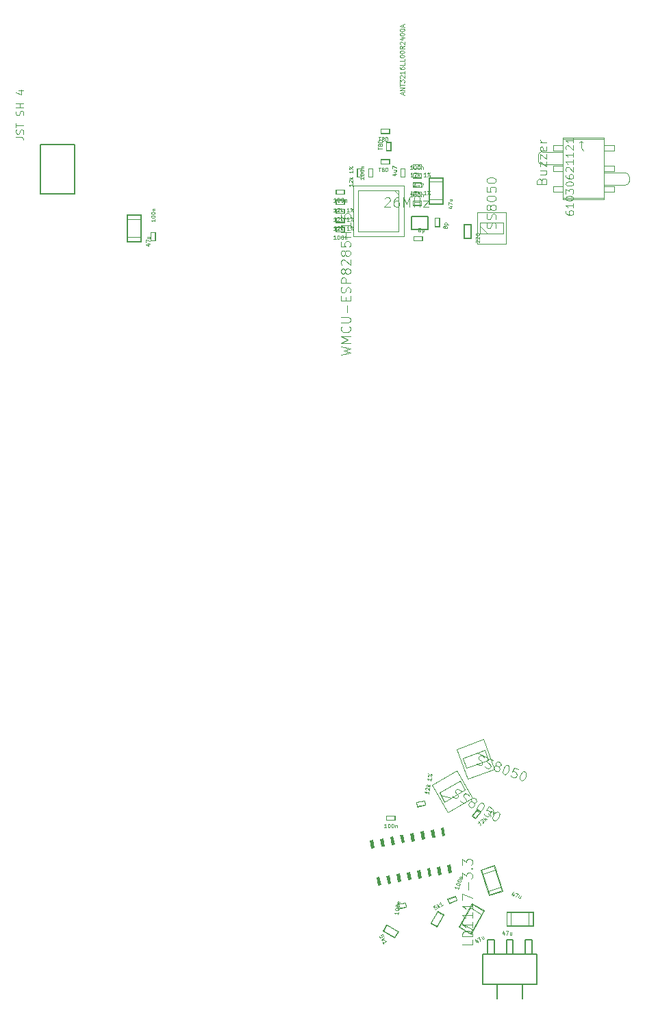
<source format=gbr>
%TF.GenerationSoftware,KiCad,Pcbnew,7.0.6-7.0.6~ubuntu22.04.1*%
%TF.CreationDate,2023-08-07T18:14:45+01:00*%
%TF.ProjectId,working,776f726b-696e-4672-9e6b-696361645f70,rev?*%
%TF.SameCoordinates,Original*%
%TF.FileFunction,AssemblyDrawing,Top*%
%FSLAX46Y46*%
G04 Gerber Fmt 4.6, Leading zero omitted, Abs format (unit mm)*
G04 Created by KiCad (PCBNEW 7.0.6-7.0.6~ubuntu22.04.1) date 2023-08-07 18:14:45*
%MOMM*%
%LPD*%
G01*
G04 APERTURE LIST*
%ADD10C,0.037389*%
%ADD11C,0.044867*%
%ADD12C,0.093472*%
%ADD13C,0.071628*%
%ADD14C,0.074778*%
%ADD15C,0.081280*%
%ADD16C,0.120000*%
%ADD17C,0.000550*%
%ADD18C,0.025000*%
%ADD19C,0.000650*%
%ADD20C,0.050000*%
%ADD21C,0.100000*%
%ADD22C,0.152400*%
%ADD23C,0.200000*%
G04 APERTURE END LIST*
D10*
X165311078Y-69163361D02*
X165288668Y-69140951D01*
X165288668Y-69140951D02*
X165266258Y-69096131D01*
X165266258Y-69096131D02*
X165266258Y-68984081D01*
X165266258Y-68984081D02*
X165288668Y-68939261D01*
X165288668Y-68939261D02*
X165311078Y-68916851D01*
X165311078Y-68916851D02*
X165355898Y-68894441D01*
X165355898Y-68894441D02*
X165400718Y-68894441D01*
X165400718Y-68894441D02*
X165467948Y-68916851D01*
X165467948Y-68916851D02*
X165736869Y-69185771D01*
X165736869Y-69185771D02*
X165736869Y-68894441D01*
X165311078Y-68715160D02*
X165288668Y-68692750D01*
X165288668Y-68692750D02*
X165266258Y-68647930D01*
X165266258Y-68647930D02*
X165266258Y-68535880D01*
X165266258Y-68535880D02*
X165288668Y-68491060D01*
X165288668Y-68491060D02*
X165311078Y-68468650D01*
X165311078Y-68468650D02*
X165355898Y-68446240D01*
X165355898Y-68446240D02*
X165400718Y-68446240D01*
X165400718Y-68446240D02*
X165467948Y-68468650D01*
X165467948Y-68468650D02*
X165736869Y-68737570D01*
X165736869Y-68737570D02*
X165736869Y-68446240D01*
X165266258Y-68154909D02*
X165266258Y-68110089D01*
X165266258Y-68110089D02*
X165288668Y-68065269D01*
X165288668Y-68065269D02*
X165311078Y-68042859D01*
X165311078Y-68042859D02*
X165355898Y-68020449D01*
X165355898Y-68020449D02*
X165445538Y-67998039D01*
X165445538Y-67998039D02*
X165557588Y-67998039D01*
X165557588Y-67998039D02*
X165647228Y-68020449D01*
X165647228Y-68020449D02*
X165692048Y-68042859D01*
X165692048Y-68042859D02*
X165714459Y-68065269D01*
X165714459Y-68065269D02*
X165736869Y-68110089D01*
X165736869Y-68110089D02*
X165736869Y-68154909D01*
X165736869Y-68154909D02*
X165714459Y-68199729D01*
X165714459Y-68199729D02*
X165692048Y-68222139D01*
X165692048Y-68222139D02*
X165647228Y-68244549D01*
X165647228Y-68244549D02*
X165557588Y-68266959D01*
X165557588Y-68266959D02*
X165445538Y-68266959D01*
X165445538Y-68266959D02*
X165355898Y-68244549D01*
X165355898Y-68244549D02*
X165311078Y-68222139D01*
X165311078Y-68222139D02*
X165288668Y-68199729D01*
X165288668Y-68199729D02*
X165266258Y-68154909D01*
X170000547Y-149639660D02*
X169903595Y-149938045D01*
X169949381Y-149434529D02*
X169738939Y-149719602D01*
X169738939Y-149719602D02*
X170016011Y-149809628D01*
X170240841Y-149552794D02*
X170539226Y-149649745D01*
X170539226Y-149649745D02*
X170201981Y-150034997D01*
X170853076Y-149916664D02*
X170756124Y-150215049D01*
X170661257Y-149854338D02*
X170585081Y-150088783D01*
X170585081Y-150088783D02*
X170592544Y-150138335D01*
X170592544Y-150138335D02*
X170628245Y-150173498D01*
X170628245Y-150173498D02*
X170692185Y-150194274D01*
X170692185Y-150194274D02*
X170741736Y-150186811D01*
X170741736Y-150186811D02*
X170769975Y-150172422D01*
X154245258Y-141485369D02*
X153976338Y-141485369D01*
X154110798Y-141485369D02*
X154110798Y-141014758D01*
X154110798Y-141014758D02*
X154065978Y-141081988D01*
X154065978Y-141081988D02*
X154021158Y-141126808D01*
X154021158Y-141126808D02*
X153976338Y-141149218D01*
X154536589Y-141014758D02*
X154581409Y-141014758D01*
X154581409Y-141014758D02*
X154626229Y-141037168D01*
X154626229Y-141037168D02*
X154648639Y-141059578D01*
X154648639Y-141059578D02*
X154671049Y-141104398D01*
X154671049Y-141104398D02*
X154693459Y-141194038D01*
X154693459Y-141194038D02*
X154693459Y-141306088D01*
X154693459Y-141306088D02*
X154671049Y-141395728D01*
X154671049Y-141395728D02*
X154648639Y-141440548D01*
X154648639Y-141440548D02*
X154626229Y-141462959D01*
X154626229Y-141462959D02*
X154581409Y-141485369D01*
X154581409Y-141485369D02*
X154536589Y-141485369D01*
X154536589Y-141485369D02*
X154491769Y-141462959D01*
X154491769Y-141462959D02*
X154469359Y-141440548D01*
X154469359Y-141440548D02*
X154446949Y-141395728D01*
X154446949Y-141395728D02*
X154424539Y-141306088D01*
X154424539Y-141306088D02*
X154424539Y-141194038D01*
X154424539Y-141194038D02*
X154446949Y-141104398D01*
X154446949Y-141104398D02*
X154469359Y-141059578D01*
X154469359Y-141059578D02*
X154491769Y-141037168D01*
X154491769Y-141037168D02*
X154536589Y-141014758D01*
X154984790Y-141014758D02*
X155029610Y-141014758D01*
X155029610Y-141014758D02*
X155074430Y-141037168D01*
X155074430Y-141037168D02*
X155096840Y-141059578D01*
X155096840Y-141059578D02*
X155119250Y-141104398D01*
X155119250Y-141104398D02*
X155141660Y-141194038D01*
X155141660Y-141194038D02*
X155141660Y-141306088D01*
X155141660Y-141306088D02*
X155119250Y-141395728D01*
X155119250Y-141395728D02*
X155096840Y-141440548D01*
X155096840Y-141440548D02*
X155074430Y-141462959D01*
X155074430Y-141462959D02*
X155029610Y-141485369D01*
X155029610Y-141485369D02*
X154984790Y-141485369D01*
X154984790Y-141485369D02*
X154939970Y-141462959D01*
X154939970Y-141462959D02*
X154917560Y-141440548D01*
X154917560Y-141440548D02*
X154895150Y-141395728D01*
X154895150Y-141395728D02*
X154872740Y-141306088D01*
X154872740Y-141306088D02*
X154872740Y-141194038D01*
X154872740Y-141194038D02*
X154895150Y-141104398D01*
X154895150Y-141104398D02*
X154917560Y-141059578D01*
X154917560Y-141059578D02*
X154939970Y-141037168D01*
X154939970Y-141037168D02*
X154984790Y-141014758D01*
X155343351Y-141171628D02*
X155343351Y-141485369D01*
X155343351Y-141216448D02*
X155365761Y-141194038D01*
X155365761Y-141194038D02*
X155410581Y-141171628D01*
X155410581Y-141171628D02*
X155477811Y-141171628D01*
X155477811Y-141171628D02*
X155522631Y-141194038D01*
X155522631Y-141194038D02*
X155545041Y-141238858D01*
X155545041Y-141238858D02*
X155545041Y-141485369D01*
X125611869Y-66269441D02*
X125611869Y-66538361D01*
X125611869Y-66403901D02*
X125141258Y-66403901D01*
X125141258Y-66403901D02*
X125208488Y-66448721D01*
X125208488Y-66448721D02*
X125253308Y-66493541D01*
X125253308Y-66493541D02*
X125275718Y-66538361D01*
X125141258Y-65978110D02*
X125141258Y-65933290D01*
X125141258Y-65933290D02*
X125163668Y-65888470D01*
X125163668Y-65888470D02*
X125186078Y-65866060D01*
X125186078Y-65866060D02*
X125230898Y-65843650D01*
X125230898Y-65843650D02*
X125320538Y-65821240D01*
X125320538Y-65821240D02*
X125432588Y-65821240D01*
X125432588Y-65821240D02*
X125522228Y-65843650D01*
X125522228Y-65843650D02*
X125567048Y-65866060D01*
X125567048Y-65866060D02*
X125589459Y-65888470D01*
X125589459Y-65888470D02*
X125611869Y-65933290D01*
X125611869Y-65933290D02*
X125611869Y-65978110D01*
X125611869Y-65978110D02*
X125589459Y-66022930D01*
X125589459Y-66022930D02*
X125567048Y-66045340D01*
X125567048Y-66045340D02*
X125522228Y-66067750D01*
X125522228Y-66067750D02*
X125432588Y-66090160D01*
X125432588Y-66090160D02*
X125320538Y-66090160D01*
X125320538Y-66090160D02*
X125230898Y-66067750D01*
X125230898Y-66067750D02*
X125186078Y-66045340D01*
X125186078Y-66045340D02*
X125163668Y-66022930D01*
X125163668Y-66022930D02*
X125141258Y-65978110D01*
X125141258Y-65529909D02*
X125141258Y-65485089D01*
X125141258Y-65485089D02*
X125163668Y-65440269D01*
X125163668Y-65440269D02*
X125186078Y-65417859D01*
X125186078Y-65417859D02*
X125230898Y-65395449D01*
X125230898Y-65395449D02*
X125320538Y-65373039D01*
X125320538Y-65373039D02*
X125432588Y-65373039D01*
X125432588Y-65373039D02*
X125522228Y-65395449D01*
X125522228Y-65395449D02*
X125567048Y-65417859D01*
X125567048Y-65417859D02*
X125589459Y-65440269D01*
X125589459Y-65440269D02*
X125611869Y-65485089D01*
X125611869Y-65485089D02*
X125611869Y-65529909D01*
X125611869Y-65529909D02*
X125589459Y-65574729D01*
X125589459Y-65574729D02*
X125567048Y-65597139D01*
X125567048Y-65597139D02*
X125522228Y-65619549D01*
X125522228Y-65619549D02*
X125432588Y-65641959D01*
X125432588Y-65641959D02*
X125320538Y-65641959D01*
X125320538Y-65641959D02*
X125230898Y-65619549D01*
X125230898Y-65619549D02*
X125186078Y-65597139D01*
X125186078Y-65597139D02*
X125163668Y-65574729D01*
X125163668Y-65574729D02*
X125141258Y-65529909D01*
X125298128Y-65171348D02*
X125611869Y-65171348D01*
X125342948Y-65171348D02*
X125320538Y-65148938D01*
X125320538Y-65148938D02*
X125298128Y-65104118D01*
X125298128Y-65104118D02*
X125298128Y-65036888D01*
X125298128Y-65036888D02*
X125320538Y-64992068D01*
X125320538Y-64992068D02*
X125365358Y-64969658D01*
X125365358Y-64969658D02*
X125611869Y-64969658D01*
X162056128Y-64701261D02*
X162369869Y-64701261D01*
X161876848Y-64813311D02*
X162212998Y-64925361D01*
X162212998Y-64925361D02*
X162212998Y-64634031D01*
X161899258Y-64499570D02*
X161899258Y-64185830D01*
X161899258Y-64185830D02*
X162369869Y-64387520D01*
X162056128Y-63804859D02*
X162369869Y-63804859D01*
X162056128Y-64006549D02*
X162302638Y-64006549D01*
X162302638Y-64006549D02*
X162347459Y-63984139D01*
X162347459Y-63984139D02*
X162369869Y-63939319D01*
X162369869Y-63939319D02*
X162369869Y-63872089D01*
X162369869Y-63872089D02*
X162347459Y-63827269D01*
X162347459Y-63827269D02*
X162325048Y-63804859D01*
X159479184Y-137008793D02*
X159432487Y-137273628D01*
X159455836Y-137141210D02*
X158992374Y-137059489D01*
X158992374Y-137059489D02*
X159050800Y-137115303D01*
X159050800Y-137115303D02*
X159087156Y-137167225D01*
X159087156Y-137167225D02*
X159101443Y-137215256D01*
X159090994Y-136758298D02*
X159072816Y-136732337D01*
X159072816Y-136732337D02*
X159058529Y-136684306D01*
X159058529Y-136684306D02*
X159077986Y-136573958D01*
X159077986Y-136573958D02*
X159107839Y-136533711D01*
X159107839Y-136533711D02*
X159133800Y-136515533D01*
X159133800Y-136515533D02*
X159181831Y-136501246D01*
X159181831Y-136501246D02*
X159225970Y-136509029D01*
X159225970Y-136509029D02*
X159288287Y-136542773D01*
X159288287Y-136542773D02*
X159506425Y-136854306D01*
X159506425Y-136854306D02*
X159557014Y-136567401D01*
X159592037Y-136368775D02*
X159128575Y-136287054D01*
X159423263Y-136293504D02*
X159623169Y-136192218D01*
X159314194Y-136137737D02*
X159459619Y-136345426D01*
X159763261Y-135397712D02*
X159716564Y-135662547D01*
X159739913Y-135530130D02*
X159276451Y-135448409D01*
X159276451Y-135448409D02*
X159334877Y-135504223D01*
X159334877Y-135504223D02*
X159371233Y-135556145D01*
X159371233Y-135556145D02*
X159385520Y-135604175D01*
X159794393Y-135221155D02*
X159393195Y-134786321D01*
X159342606Y-135073226D02*
X159372459Y-135032978D01*
X159372459Y-135032978D02*
X159420489Y-135018692D01*
X159420489Y-135018692D02*
X159460737Y-135048544D01*
X159460737Y-135048544D02*
X159475024Y-135096575D01*
X159475024Y-135096575D02*
X159445171Y-135136822D01*
X159445171Y-135136822D02*
X159397140Y-135151109D01*
X159397140Y-135151109D02*
X159356893Y-135121257D01*
X159356893Y-135121257D02*
X159342606Y-135073226D01*
X159830695Y-134886220D02*
X159790448Y-134856368D01*
X159790448Y-134856368D02*
X159742417Y-134870654D01*
X159742417Y-134870654D02*
X159712565Y-134910902D01*
X159712565Y-134910902D02*
X159726851Y-134958933D01*
X159726851Y-134958933D02*
X159767099Y-134988785D01*
X159767099Y-134988785D02*
X159815130Y-134974499D01*
X159815130Y-134974499D02*
X159844982Y-134934251D01*
X159844982Y-134934251D02*
X159830695Y-134886220D01*
D11*
X156298670Y-50866514D02*
X156298670Y-50597594D01*
X156460023Y-50920298D02*
X155895290Y-50732054D01*
X155895290Y-50732054D02*
X156460023Y-50543810D01*
X156460023Y-50355565D02*
X155895290Y-50355565D01*
X155895290Y-50355565D02*
X156460023Y-50032861D01*
X156460023Y-50032861D02*
X155895290Y-50032861D01*
X155895290Y-49844616D02*
X155895290Y-49521912D01*
X156460023Y-49683264D02*
X155895290Y-49683264D01*
X155895290Y-49387451D02*
X155895290Y-49037855D01*
X155895290Y-49037855D02*
X156110426Y-49226099D01*
X156110426Y-49226099D02*
X156110426Y-49145423D01*
X156110426Y-49145423D02*
X156137318Y-49091639D01*
X156137318Y-49091639D02*
X156164210Y-49064747D01*
X156164210Y-49064747D02*
X156217994Y-49037855D01*
X156217994Y-49037855D02*
X156352454Y-49037855D01*
X156352454Y-49037855D02*
X156406238Y-49064747D01*
X156406238Y-49064747D02*
X156433131Y-49091639D01*
X156433131Y-49091639D02*
X156460023Y-49145423D01*
X156460023Y-49145423D02*
X156460023Y-49306775D01*
X156460023Y-49306775D02*
X156433131Y-49360559D01*
X156433131Y-49360559D02*
X156406238Y-49387451D01*
X155949074Y-48822718D02*
X155922182Y-48795826D01*
X155922182Y-48795826D02*
X155895290Y-48742042D01*
X155895290Y-48742042D02*
X155895290Y-48607582D01*
X155895290Y-48607582D02*
X155922182Y-48553798D01*
X155922182Y-48553798D02*
X155949074Y-48526906D01*
X155949074Y-48526906D02*
X156002858Y-48500014D01*
X156002858Y-48500014D02*
X156056642Y-48500014D01*
X156056642Y-48500014D02*
X156137318Y-48526906D01*
X156137318Y-48526906D02*
X156460023Y-48849610D01*
X156460023Y-48849610D02*
X156460023Y-48500014D01*
X156460023Y-47962173D02*
X156460023Y-48284877D01*
X156460023Y-48123525D02*
X155895290Y-48123525D01*
X155895290Y-48123525D02*
X155975966Y-48177309D01*
X155975966Y-48177309D02*
X156029750Y-48231093D01*
X156029750Y-48231093D02*
X156056642Y-48284877D01*
X155895290Y-47478116D02*
X155895290Y-47585684D01*
X155895290Y-47585684D02*
X155922182Y-47639468D01*
X155922182Y-47639468D02*
X155949074Y-47666360D01*
X155949074Y-47666360D02*
X156029750Y-47720144D01*
X156029750Y-47720144D02*
X156137318Y-47747036D01*
X156137318Y-47747036D02*
X156352454Y-47747036D01*
X156352454Y-47747036D02*
X156406238Y-47720144D01*
X156406238Y-47720144D02*
X156433131Y-47693252D01*
X156433131Y-47693252D02*
X156460023Y-47639468D01*
X156460023Y-47639468D02*
X156460023Y-47531900D01*
X156460023Y-47531900D02*
X156433131Y-47478116D01*
X156433131Y-47478116D02*
X156406238Y-47451224D01*
X156406238Y-47451224D02*
X156352454Y-47424332D01*
X156352454Y-47424332D02*
X156217994Y-47424332D01*
X156217994Y-47424332D02*
X156164210Y-47451224D01*
X156164210Y-47451224D02*
X156137318Y-47478116D01*
X156137318Y-47478116D02*
X156110426Y-47531900D01*
X156110426Y-47531900D02*
X156110426Y-47639468D01*
X156110426Y-47639468D02*
X156137318Y-47693252D01*
X156137318Y-47693252D02*
X156164210Y-47720144D01*
X156164210Y-47720144D02*
X156217994Y-47747036D01*
X156460023Y-46913383D02*
X156460023Y-47182303D01*
X156460023Y-47182303D02*
X155895290Y-47182303D01*
X156460023Y-46456218D02*
X156460023Y-46725138D01*
X156460023Y-46725138D02*
X155895290Y-46725138D01*
X155895290Y-46160405D02*
X155895290Y-46106621D01*
X155895290Y-46106621D02*
X155922182Y-46052837D01*
X155922182Y-46052837D02*
X155949074Y-46025945D01*
X155949074Y-46025945D02*
X156002858Y-45999053D01*
X156002858Y-45999053D02*
X156110426Y-45972161D01*
X156110426Y-45972161D02*
X156244886Y-45972161D01*
X156244886Y-45972161D02*
X156352454Y-45999053D01*
X156352454Y-45999053D02*
X156406238Y-46025945D01*
X156406238Y-46025945D02*
X156433131Y-46052837D01*
X156433131Y-46052837D02*
X156460023Y-46106621D01*
X156460023Y-46106621D02*
X156460023Y-46160405D01*
X156460023Y-46160405D02*
X156433131Y-46214189D01*
X156433131Y-46214189D02*
X156406238Y-46241081D01*
X156406238Y-46241081D02*
X156352454Y-46267973D01*
X156352454Y-46267973D02*
X156244886Y-46294865D01*
X156244886Y-46294865D02*
X156110426Y-46294865D01*
X156110426Y-46294865D02*
X156002858Y-46267973D01*
X156002858Y-46267973D02*
X155949074Y-46241081D01*
X155949074Y-46241081D02*
X155922182Y-46214189D01*
X155922182Y-46214189D02*
X155895290Y-46160405D01*
X155895290Y-45622564D02*
X155895290Y-45568780D01*
X155895290Y-45568780D02*
X155922182Y-45514996D01*
X155922182Y-45514996D02*
X155949074Y-45488104D01*
X155949074Y-45488104D02*
X156002858Y-45461212D01*
X156002858Y-45461212D02*
X156110426Y-45434320D01*
X156110426Y-45434320D02*
X156244886Y-45434320D01*
X156244886Y-45434320D02*
X156352454Y-45461212D01*
X156352454Y-45461212D02*
X156406238Y-45488104D01*
X156406238Y-45488104D02*
X156433131Y-45514996D01*
X156433131Y-45514996D02*
X156460023Y-45568780D01*
X156460023Y-45568780D02*
X156460023Y-45622564D01*
X156460023Y-45622564D02*
X156433131Y-45676348D01*
X156433131Y-45676348D02*
X156406238Y-45703240D01*
X156406238Y-45703240D02*
X156352454Y-45730132D01*
X156352454Y-45730132D02*
X156244886Y-45757024D01*
X156244886Y-45757024D02*
X156110426Y-45757024D01*
X156110426Y-45757024D02*
X156002858Y-45730132D01*
X156002858Y-45730132D02*
X155949074Y-45703240D01*
X155949074Y-45703240D02*
X155922182Y-45676348D01*
X155922182Y-45676348D02*
X155895290Y-45622564D01*
X156460023Y-44869587D02*
X156191102Y-45057831D01*
X156460023Y-45192291D02*
X155895290Y-45192291D01*
X155895290Y-45192291D02*
X155895290Y-44977155D01*
X155895290Y-44977155D02*
X155922182Y-44923371D01*
X155922182Y-44923371D02*
X155949074Y-44896479D01*
X155949074Y-44896479D02*
X156002858Y-44869587D01*
X156002858Y-44869587D02*
X156083534Y-44869587D01*
X156083534Y-44869587D02*
X156137318Y-44896479D01*
X156137318Y-44896479D02*
X156164210Y-44923371D01*
X156164210Y-44923371D02*
X156191102Y-44977155D01*
X156191102Y-44977155D02*
X156191102Y-45192291D01*
X155949074Y-44654450D02*
X155922182Y-44627558D01*
X155922182Y-44627558D02*
X155895290Y-44573774D01*
X155895290Y-44573774D02*
X155895290Y-44439314D01*
X155895290Y-44439314D02*
X155922182Y-44385530D01*
X155922182Y-44385530D02*
X155949074Y-44358638D01*
X155949074Y-44358638D02*
X156002858Y-44331746D01*
X156002858Y-44331746D02*
X156056642Y-44331746D01*
X156056642Y-44331746D02*
X156137318Y-44358638D01*
X156137318Y-44358638D02*
X156460023Y-44681342D01*
X156460023Y-44681342D02*
X156460023Y-44331746D01*
X156083534Y-43847689D02*
X156460023Y-43847689D01*
X155868398Y-43982149D02*
X156271778Y-44116609D01*
X156271778Y-44116609D02*
X156271778Y-43767013D01*
X155895290Y-43444308D02*
X155895290Y-43390524D01*
X155895290Y-43390524D02*
X155922182Y-43336740D01*
X155922182Y-43336740D02*
X155949074Y-43309848D01*
X155949074Y-43309848D02*
X156002858Y-43282956D01*
X156002858Y-43282956D02*
X156110426Y-43256064D01*
X156110426Y-43256064D02*
X156244886Y-43256064D01*
X156244886Y-43256064D02*
X156352454Y-43282956D01*
X156352454Y-43282956D02*
X156406238Y-43309848D01*
X156406238Y-43309848D02*
X156433131Y-43336740D01*
X156433131Y-43336740D02*
X156460023Y-43390524D01*
X156460023Y-43390524D02*
X156460023Y-43444308D01*
X156460023Y-43444308D02*
X156433131Y-43498092D01*
X156433131Y-43498092D02*
X156406238Y-43524984D01*
X156406238Y-43524984D02*
X156352454Y-43551876D01*
X156352454Y-43551876D02*
X156244886Y-43578768D01*
X156244886Y-43578768D02*
X156110426Y-43578768D01*
X156110426Y-43578768D02*
X156002858Y-43551876D01*
X156002858Y-43551876D02*
X155949074Y-43524984D01*
X155949074Y-43524984D02*
X155922182Y-43498092D01*
X155922182Y-43498092D02*
X155895290Y-43444308D01*
X155895290Y-42906467D02*
X155895290Y-42852683D01*
X155895290Y-42852683D02*
X155922182Y-42798899D01*
X155922182Y-42798899D02*
X155949074Y-42772007D01*
X155949074Y-42772007D02*
X156002858Y-42745115D01*
X156002858Y-42745115D02*
X156110426Y-42718223D01*
X156110426Y-42718223D02*
X156244886Y-42718223D01*
X156244886Y-42718223D02*
X156352454Y-42745115D01*
X156352454Y-42745115D02*
X156406238Y-42772007D01*
X156406238Y-42772007D02*
X156433131Y-42798899D01*
X156433131Y-42798899D02*
X156460023Y-42852683D01*
X156460023Y-42852683D02*
X156460023Y-42906467D01*
X156460023Y-42906467D02*
X156433131Y-42960251D01*
X156433131Y-42960251D02*
X156406238Y-42987143D01*
X156406238Y-42987143D02*
X156352454Y-43014035D01*
X156352454Y-43014035D02*
X156244886Y-43040927D01*
X156244886Y-43040927D02*
X156110426Y-43040927D01*
X156110426Y-43040927D02*
X156002858Y-43014035D01*
X156002858Y-43014035D02*
X155949074Y-42987143D01*
X155949074Y-42987143D02*
X155922182Y-42960251D01*
X155922182Y-42960251D02*
X155895290Y-42906467D01*
X156298670Y-42503086D02*
X156298670Y-42234166D01*
X156460023Y-42556870D02*
X155895290Y-42368626D01*
X155895290Y-42368626D02*
X156460023Y-42180382D01*
D10*
X161463948Y-67313721D02*
X161441538Y-67358541D01*
X161441538Y-67358541D02*
X161419128Y-67380951D01*
X161419128Y-67380951D02*
X161374308Y-67403361D01*
X161374308Y-67403361D02*
X161351898Y-67403361D01*
X161351898Y-67403361D02*
X161307078Y-67380951D01*
X161307078Y-67380951D02*
X161284668Y-67358541D01*
X161284668Y-67358541D02*
X161262258Y-67313721D01*
X161262258Y-67313721D02*
X161262258Y-67224081D01*
X161262258Y-67224081D02*
X161284668Y-67179261D01*
X161284668Y-67179261D02*
X161307078Y-67156851D01*
X161307078Y-67156851D02*
X161351898Y-67134441D01*
X161351898Y-67134441D02*
X161374308Y-67134441D01*
X161374308Y-67134441D02*
X161419128Y-67156851D01*
X161419128Y-67156851D02*
X161441538Y-67179261D01*
X161441538Y-67179261D02*
X161463948Y-67224081D01*
X161463948Y-67224081D02*
X161463948Y-67313721D01*
X161463948Y-67313721D02*
X161486358Y-67358541D01*
X161486358Y-67358541D02*
X161508768Y-67380951D01*
X161508768Y-67380951D02*
X161553588Y-67403361D01*
X161553588Y-67403361D02*
X161643228Y-67403361D01*
X161643228Y-67403361D02*
X161688048Y-67380951D01*
X161688048Y-67380951D02*
X161710459Y-67358541D01*
X161710459Y-67358541D02*
X161732869Y-67313721D01*
X161732869Y-67313721D02*
X161732869Y-67224081D01*
X161732869Y-67224081D02*
X161710459Y-67179261D01*
X161710459Y-67179261D02*
X161688048Y-67156851D01*
X161688048Y-67156851D02*
X161643228Y-67134441D01*
X161643228Y-67134441D02*
X161553588Y-67134441D01*
X161553588Y-67134441D02*
X161508768Y-67156851D01*
X161508768Y-67156851D02*
X161486358Y-67179261D01*
X161486358Y-67179261D02*
X161463948Y-67224081D01*
X161419128Y-66932750D02*
X161889739Y-66932750D01*
X161441538Y-66932750D02*
X161419128Y-66887930D01*
X161419128Y-66887930D02*
X161419128Y-66798290D01*
X161419128Y-66798290D02*
X161441538Y-66753470D01*
X161441538Y-66753470D02*
X161463948Y-66731060D01*
X161463948Y-66731060D02*
X161508768Y-66708650D01*
X161508768Y-66708650D02*
X161643228Y-66708650D01*
X161643228Y-66708650D02*
X161688048Y-66731060D01*
X161688048Y-66731060D02*
X161710459Y-66753470D01*
X161710459Y-66753470D02*
X161732869Y-66798290D01*
X161732869Y-66798290D02*
X161732869Y-66887930D01*
X161732869Y-66887930D02*
X161710459Y-66932750D01*
X147995258Y-68735369D02*
X147726338Y-68735369D01*
X147860798Y-68735369D02*
X147860798Y-68264758D01*
X147860798Y-68264758D02*
X147815978Y-68331988D01*
X147815978Y-68331988D02*
X147771158Y-68376808D01*
X147771158Y-68376808D02*
X147726338Y-68399218D01*
X148286589Y-68264758D02*
X148331409Y-68264758D01*
X148331409Y-68264758D02*
X148376229Y-68287168D01*
X148376229Y-68287168D02*
X148398639Y-68309578D01*
X148398639Y-68309578D02*
X148421049Y-68354398D01*
X148421049Y-68354398D02*
X148443459Y-68444038D01*
X148443459Y-68444038D02*
X148443459Y-68556088D01*
X148443459Y-68556088D02*
X148421049Y-68645728D01*
X148421049Y-68645728D02*
X148398639Y-68690548D01*
X148398639Y-68690548D02*
X148376229Y-68712959D01*
X148376229Y-68712959D02*
X148331409Y-68735369D01*
X148331409Y-68735369D02*
X148286589Y-68735369D01*
X148286589Y-68735369D02*
X148241769Y-68712959D01*
X148241769Y-68712959D02*
X148219359Y-68690548D01*
X148219359Y-68690548D02*
X148196949Y-68645728D01*
X148196949Y-68645728D02*
X148174539Y-68556088D01*
X148174539Y-68556088D02*
X148174539Y-68444038D01*
X148174539Y-68444038D02*
X148196949Y-68354398D01*
X148196949Y-68354398D02*
X148219359Y-68309578D01*
X148219359Y-68309578D02*
X148241769Y-68287168D01*
X148241769Y-68287168D02*
X148286589Y-68264758D01*
X148734790Y-68264758D02*
X148779610Y-68264758D01*
X148779610Y-68264758D02*
X148824430Y-68287168D01*
X148824430Y-68287168D02*
X148846840Y-68309578D01*
X148846840Y-68309578D02*
X148869250Y-68354398D01*
X148869250Y-68354398D02*
X148891660Y-68444038D01*
X148891660Y-68444038D02*
X148891660Y-68556088D01*
X148891660Y-68556088D02*
X148869250Y-68645728D01*
X148869250Y-68645728D02*
X148846840Y-68690548D01*
X148846840Y-68690548D02*
X148824430Y-68712959D01*
X148824430Y-68712959D02*
X148779610Y-68735369D01*
X148779610Y-68735369D02*
X148734790Y-68735369D01*
X148734790Y-68735369D02*
X148689970Y-68712959D01*
X148689970Y-68712959D02*
X148667560Y-68690548D01*
X148667560Y-68690548D02*
X148645150Y-68645728D01*
X148645150Y-68645728D02*
X148622740Y-68556088D01*
X148622740Y-68556088D02*
X148622740Y-68444038D01*
X148622740Y-68444038D02*
X148645150Y-68354398D01*
X148645150Y-68354398D02*
X148667560Y-68309578D01*
X148667560Y-68309578D02*
X148689970Y-68287168D01*
X148689970Y-68287168D02*
X148734790Y-68264758D01*
X149093351Y-68421628D02*
X149093351Y-68735369D01*
X149093351Y-68466448D02*
X149115761Y-68444038D01*
X149115761Y-68444038D02*
X149160581Y-68421628D01*
X149160581Y-68421628D02*
X149227811Y-68421628D01*
X149227811Y-68421628D02*
X149272631Y-68444038D01*
X149272631Y-68444038D02*
X149295041Y-68488858D01*
X149295041Y-68488858D02*
X149295041Y-68735369D01*
X157453668Y-63453369D02*
X157184748Y-63453369D01*
X157319208Y-63453369D02*
X157319208Y-62982758D01*
X157319208Y-62982758D02*
X157274388Y-63049988D01*
X157274388Y-63049988D02*
X157229568Y-63094808D01*
X157229568Y-63094808D02*
X157184748Y-63117218D01*
X157744999Y-62982758D02*
X157789819Y-62982758D01*
X157789819Y-62982758D02*
X157834639Y-63005168D01*
X157834639Y-63005168D02*
X157857049Y-63027578D01*
X157857049Y-63027578D02*
X157879459Y-63072398D01*
X157879459Y-63072398D02*
X157901869Y-63162038D01*
X157901869Y-63162038D02*
X157901869Y-63274088D01*
X157901869Y-63274088D02*
X157879459Y-63363728D01*
X157879459Y-63363728D02*
X157857049Y-63408548D01*
X157857049Y-63408548D02*
X157834639Y-63430959D01*
X157834639Y-63430959D02*
X157789819Y-63453369D01*
X157789819Y-63453369D02*
X157744999Y-63453369D01*
X157744999Y-63453369D02*
X157700179Y-63430959D01*
X157700179Y-63430959D02*
X157677769Y-63408548D01*
X157677769Y-63408548D02*
X157655359Y-63363728D01*
X157655359Y-63363728D02*
X157632949Y-63274088D01*
X157632949Y-63274088D02*
X157632949Y-63162038D01*
X157632949Y-63162038D02*
X157655359Y-63072398D01*
X157655359Y-63072398D02*
X157677769Y-63027578D01*
X157677769Y-63027578D02*
X157700179Y-63005168D01*
X157700179Y-63005168D02*
X157744999Y-62982758D01*
X158193200Y-62982758D02*
X158238020Y-62982758D01*
X158238020Y-62982758D02*
X158282840Y-63005168D01*
X158282840Y-63005168D02*
X158305250Y-63027578D01*
X158305250Y-63027578D02*
X158327660Y-63072398D01*
X158327660Y-63072398D02*
X158350070Y-63162038D01*
X158350070Y-63162038D02*
X158350070Y-63274088D01*
X158350070Y-63274088D02*
X158327660Y-63363728D01*
X158327660Y-63363728D02*
X158305250Y-63408548D01*
X158305250Y-63408548D02*
X158282840Y-63430959D01*
X158282840Y-63430959D02*
X158238020Y-63453369D01*
X158238020Y-63453369D02*
X158193200Y-63453369D01*
X158193200Y-63453369D02*
X158148380Y-63430959D01*
X158148380Y-63430959D02*
X158125970Y-63408548D01*
X158125970Y-63408548D02*
X158103560Y-63363728D01*
X158103560Y-63363728D02*
X158081150Y-63274088D01*
X158081150Y-63274088D02*
X158081150Y-63162038D01*
X158081150Y-63162038D02*
X158103560Y-63072398D01*
X158103560Y-63072398D02*
X158125970Y-63027578D01*
X158125970Y-63027578D02*
X158148380Y-63005168D01*
X158148380Y-63005168D02*
X158193200Y-62982758D01*
X158551761Y-63139628D02*
X158551761Y-63453369D01*
X158551761Y-63184448D02*
X158574171Y-63162038D01*
X158574171Y-63162038D02*
X158618991Y-63139628D01*
X158618991Y-63139628D02*
X158686221Y-63139628D01*
X158686221Y-63139628D02*
X158731041Y-63162038D01*
X158731041Y-63162038D02*
X158753451Y-63206858D01*
X158753451Y-63206858D02*
X158753451Y-63453369D01*
X166015175Y-141006683D02*
X165809170Y-141179542D01*
X165912172Y-141093113D02*
X165609669Y-140732604D01*
X165609669Y-140732604D02*
X165618550Y-140812915D01*
X165618550Y-140812915D02*
X165613025Y-140876059D01*
X165613025Y-140876059D02*
X165593096Y-140922036D01*
X165878818Y-140565269D02*
X165881581Y-140533697D01*
X165881581Y-140533697D02*
X165901510Y-140487721D01*
X165901510Y-140487721D02*
X165987345Y-140415696D01*
X165987345Y-140415696D02*
X166036084Y-140404053D01*
X166036084Y-140404053D02*
X166067656Y-140406816D01*
X166067656Y-140406816D02*
X166113633Y-140426745D01*
X166113633Y-140426745D02*
X166142443Y-140461079D01*
X166142443Y-140461079D02*
X166168491Y-140526985D01*
X166168491Y-140526985D02*
X166135344Y-140905849D01*
X166135344Y-140905849D02*
X166358517Y-140718585D01*
X166513021Y-140588941D02*
X166210518Y-140228432D01*
X166432116Y-140422795D02*
X166650357Y-140473702D01*
X166448689Y-140233363D02*
X166426591Y-140485939D01*
X167268373Y-139955125D02*
X167062368Y-140127984D01*
X167165370Y-140041555D02*
X166862867Y-139681046D01*
X166862867Y-139681046D02*
X166871748Y-139761357D01*
X166871748Y-139761357D02*
X166866224Y-139824501D01*
X166866224Y-139824501D02*
X166846294Y-139870478D01*
X167405710Y-139839886D02*
X167377880Y-139248899D01*
X167154708Y-139436162D02*
X167203447Y-139424520D01*
X167203447Y-139424520D02*
X167249424Y-139444449D01*
X167249424Y-139444449D02*
X167261067Y-139493188D01*
X167261067Y-139493188D02*
X167241138Y-139539165D01*
X167241138Y-139539165D02*
X167192398Y-139550808D01*
X167192398Y-139550808D02*
X167146422Y-139530878D01*
X167146422Y-139530878D02*
X167134779Y-139482139D01*
X167134779Y-139482139D02*
X167154708Y-139436162D01*
X167648811Y-139606646D02*
X167637169Y-139557906D01*
X167637169Y-139557906D02*
X167591192Y-139537977D01*
X167591192Y-139537977D02*
X167542453Y-139549620D01*
X167542453Y-139549620D02*
X167522523Y-139595597D01*
X167522523Y-139595597D02*
X167534166Y-139644336D01*
X167534166Y-139644336D02*
X167580143Y-139664265D01*
X167580143Y-139664265D02*
X167628882Y-139652622D01*
X167628882Y-139652622D02*
X167648811Y-139606646D01*
X157857049Y-62014628D02*
X157857049Y-62328369D01*
X157744999Y-61835348D02*
X157632949Y-62171498D01*
X157632949Y-62171498D02*
X157924279Y-62171498D01*
X158305250Y-62014628D02*
X158305250Y-62328369D01*
X158103560Y-62014628D02*
X158103560Y-62261138D01*
X158103560Y-62261138D02*
X158125970Y-62305959D01*
X158125970Y-62305959D02*
X158170790Y-62328369D01*
X158170790Y-62328369D02*
X158238020Y-62328369D01*
X158238020Y-62328369D02*
X158282840Y-62305959D01*
X158282840Y-62305959D02*
X158305250Y-62283548D01*
X158484531Y-61857758D02*
X158798271Y-61857758D01*
X158798271Y-61857758D02*
X158596581Y-62328369D01*
D12*
X162381732Y-137565033D02*
X162499277Y-137697590D01*
X162499277Y-137697590D02*
X162741873Y-137837652D01*
X162741873Y-137837652D02*
X162866924Y-137845158D01*
X162866924Y-137845158D02*
X162943456Y-137824652D01*
X162943456Y-137824652D02*
X163048000Y-137755626D01*
X163048000Y-137755626D02*
X163104025Y-137658587D01*
X163104025Y-137658587D02*
X163111531Y-137533537D01*
X163111531Y-137533537D02*
X163091025Y-137457005D01*
X163091025Y-137457005D02*
X163021999Y-137352460D01*
X163021999Y-137352460D02*
X162855935Y-137191891D01*
X162855935Y-137191891D02*
X162786909Y-137087347D01*
X162786909Y-137087347D02*
X162766402Y-137010815D01*
X162766402Y-137010815D02*
X162773908Y-136885764D01*
X162773908Y-136885764D02*
X162829933Y-136788725D01*
X162829933Y-136788725D02*
X162934478Y-136719700D01*
X162934478Y-136719700D02*
X163011009Y-136699193D01*
X163011009Y-136699193D02*
X163136060Y-136706699D01*
X163136060Y-136706699D02*
X163378656Y-136846762D01*
X163378656Y-136846762D02*
X163496201Y-136979319D01*
X163352116Y-138125284D02*
X163469661Y-138257841D01*
X163469661Y-138257841D02*
X163712257Y-138397904D01*
X163712257Y-138397904D02*
X163837308Y-138405410D01*
X163837308Y-138405410D02*
X163913840Y-138384903D01*
X163913840Y-138384903D02*
X164018384Y-138315877D01*
X164018384Y-138315877D02*
X164074409Y-138218839D01*
X164074409Y-138218839D02*
X164081915Y-138093788D01*
X164081915Y-138093788D02*
X164061409Y-138017256D01*
X164061409Y-138017256D02*
X163992383Y-137912712D01*
X163992383Y-137912712D02*
X163826319Y-137752142D01*
X163826319Y-137752142D02*
X163757293Y-137647598D01*
X163757293Y-137647598D02*
X163736786Y-137571066D01*
X163736786Y-137571066D02*
X163744292Y-137446015D01*
X163744292Y-137446015D02*
X163800317Y-137348977D01*
X163800317Y-137348977D02*
X163904862Y-137279951D01*
X163904862Y-137279951D02*
X163981393Y-137259445D01*
X163981393Y-137259445D02*
X164106444Y-137266950D01*
X164106444Y-137266950D02*
X164349040Y-137407013D01*
X164349040Y-137407013D02*
X164466585Y-137539570D01*
X164824715Y-138263875D02*
X164755690Y-138159330D01*
X164755690Y-138159330D02*
X164735183Y-138082799D01*
X164735183Y-138082799D02*
X164742689Y-137957748D01*
X164742689Y-137957748D02*
X164770701Y-137909228D01*
X164770701Y-137909228D02*
X164875246Y-137840203D01*
X164875246Y-137840203D02*
X164951778Y-137819696D01*
X164951778Y-137819696D02*
X165076828Y-137827202D01*
X165076828Y-137827202D02*
X165270905Y-137939252D01*
X165270905Y-137939252D02*
X165339931Y-138043797D01*
X165339931Y-138043797D02*
X165360438Y-138120328D01*
X165360438Y-138120328D02*
X165352932Y-138245379D01*
X165352932Y-138245379D02*
X165324919Y-138293899D01*
X165324919Y-138293899D02*
X165220375Y-138362924D01*
X165220375Y-138362924D02*
X165143843Y-138383431D01*
X165143843Y-138383431D02*
X165018792Y-138375925D01*
X165018792Y-138375925D02*
X164824715Y-138263875D01*
X164824715Y-138263875D02*
X164699664Y-138256369D01*
X164699664Y-138256369D02*
X164623133Y-138276875D01*
X164623133Y-138276875D02*
X164518588Y-138345901D01*
X164518588Y-138345901D02*
X164406538Y-138539978D01*
X164406538Y-138539978D02*
X164399032Y-138665029D01*
X164399032Y-138665029D02*
X164419539Y-138741561D01*
X164419539Y-138741561D02*
X164488564Y-138846105D01*
X164488564Y-138846105D02*
X164682641Y-138958155D01*
X164682641Y-138958155D02*
X164807692Y-138965661D01*
X164807692Y-138965661D02*
X164884224Y-138945155D01*
X164884224Y-138945155D02*
X164988768Y-138876129D01*
X164988768Y-138876129D02*
X165100819Y-138682052D01*
X165100819Y-138682052D02*
X165108325Y-138557001D01*
X165108325Y-138557001D02*
X165087818Y-138480469D01*
X165087818Y-138480469D02*
X165018792Y-138375925D01*
X166095732Y-138415466D02*
X166192770Y-138471491D01*
X166192770Y-138471491D02*
X166261796Y-138576036D01*
X166261796Y-138576036D02*
X166282303Y-138652567D01*
X166282303Y-138652567D02*
X166274797Y-138777618D01*
X166274797Y-138777618D02*
X166211266Y-138999708D01*
X166211266Y-138999708D02*
X166071203Y-139242304D01*
X166071203Y-139242304D02*
X165910633Y-139408368D01*
X165910633Y-139408368D02*
X165806089Y-139477394D01*
X165806089Y-139477394D02*
X165729557Y-139497900D01*
X165729557Y-139497900D02*
X165604506Y-139490394D01*
X165604506Y-139490394D02*
X165507468Y-139434369D01*
X165507468Y-139434369D02*
X165438442Y-139329825D01*
X165438442Y-139329825D02*
X165417935Y-139253293D01*
X165417935Y-139253293D02*
X165425441Y-139128242D01*
X165425441Y-139128242D02*
X165488972Y-138906153D01*
X165488972Y-138906153D02*
X165629035Y-138663557D01*
X165629035Y-138663557D02*
X165789605Y-138497493D01*
X165789605Y-138497493D02*
X165894149Y-138428467D01*
X165894149Y-138428467D02*
X165970681Y-138407960D01*
X165970681Y-138407960D02*
X166095732Y-138415466D01*
X167357231Y-139143793D02*
X166872039Y-138863667D01*
X166872039Y-138863667D02*
X166543394Y-139320847D01*
X166543394Y-139320847D02*
X166619926Y-139300340D01*
X166619926Y-139300340D02*
X166744977Y-139307846D01*
X166744977Y-139307846D02*
X166987573Y-139447909D01*
X166987573Y-139447909D02*
X167056599Y-139552453D01*
X167056599Y-139552453D02*
X167077105Y-139628985D01*
X167077105Y-139628985D02*
X167069599Y-139754036D01*
X167069599Y-139754036D02*
X166929536Y-139996632D01*
X166929536Y-139996632D02*
X166824992Y-140065658D01*
X166824992Y-140065658D02*
X166748460Y-140086164D01*
X166748460Y-140086164D02*
X166623409Y-140078658D01*
X166623409Y-140078658D02*
X166380813Y-139938596D01*
X166380813Y-139938596D02*
X166311788Y-139834051D01*
X166311788Y-139834051D02*
X166291281Y-139757519D01*
X168036500Y-139535969D02*
X168133538Y-139591994D01*
X168133538Y-139591994D02*
X168202564Y-139696539D01*
X168202564Y-139696539D02*
X168223071Y-139773070D01*
X168223071Y-139773070D02*
X168215565Y-139898121D01*
X168215565Y-139898121D02*
X168152034Y-140120211D01*
X168152034Y-140120211D02*
X168011971Y-140362807D01*
X168011971Y-140362807D02*
X167851401Y-140528871D01*
X167851401Y-140528871D02*
X167746857Y-140597897D01*
X167746857Y-140597897D02*
X167670325Y-140618403D01*
X167670325Y-140618403D02*
X167545274Y-140610897D01*
X167545274Y-140610897D02*
X167448236Y-140554872D01*
X167448236Y-140554872D02*
X167379210Y-140450328D01*
X167379210Y-140450328D02*
X167358703Y-140373796D01*
X167358703Y-140373796D02*
X167366209Y-140248745D01*
X167366209Y-140248745D02*
X167429740Y-140026656D01*
X167429740Y-140026656D02*
X167569803Y-139784060D01*
X167569803Y-139784060D02*
X167730373Y-139617996D01*
X167730373Y-139617996D02*
X167834917Y-139548970D01*
X167834917Y-139548970D02*
X167911449Y-139528463D01*
X167911449Y-139528463D02*
X168036500Y-139535969D01*
D10*
X165391914Y-155368326D02*
X165548784Y-155640034D01*
X165205235Y-155269090D02*
X165276272Y-155616230D01*
X165276272Y-155616230D02*
X165528572Y-155470565D01*
X165488147Y-155131627D02*
X165759855Y-154974757D01*
X165759855Y-154974757D02*
X165820491Y-155483163D01*
X166168220Y-154920125D02*
X166325091Y-155191833D01*
X165993551Y-155020970D02*
X166116807Y-155234455D01*
X166116807Y-155234455D02*
X166158624Y-155262065D01*
X166158624Y-155262065D02*
X166208645Y-155259063D01*
X166208645Y-155259063D02*
X166266868Y-155225448D01*
X166266868Y-155225448D02*
X166294478Y-155183630D01*
X166294478Y-155183630D02*
X166302681Y-155153017D01*
X153251518Y-59889758D02*
X153520438Y-59889758D01*
X153385978Y-60360369D02*
X153385978Y-59889758D01*
X153834179Y-60113858D02*
X153901409Y-60136268D01*
X153901409Y-60136268D02*
X153923819Y-60158678D01*
X153923819Y-60158678D02*
X153946229Y-60203498D01*
X153946229Y-60203498D02*
X153946229Y-60270728D01*
X153946229Y-60270728D02*
X153923819Y-60315548D01*
X153923819Y-60315548D02*
X153901409Y-60337959D01*
X153901409Y-60337959D02*
X153856589Y-60360369D01*
X153856589Y-60360369D02*
X153677309Y-60360369D01*
X153677309Y-60360369D02*
X153677309Y-59889758D01*
X153677309Y-59889758D02*
X153834179Y-59889758D01*
X153834179Y-59889758D02*
X153878999Y-59912168D01*
X153878999Y-59912168D02*
X153901409Y-59934578D01*
X153901409Y-59934578D02*
X153923819Y-59979398D01*
X153923819Y-59979398D02*
X153923819Y-60024218D01*
X153923819Y-60024218D02*
X153901409Y-60069038D01*
X153901409Y-60069038D02*
X153878999Y-60091448D01*
X153878999Y-60091448D02*
X153834179Y-60113858D01*
X153834179Y-60113858D02*
X153677309Y-60113858D01*
X154147920Y-60360369D02*
X154147920Y-59889758D01*
X154147920Y-59889758D02*
X154259970Y-59889758D01*
X154259970Y-59889758D02*
X154327200Y-59912168D01*
X154327200Y-59912168D02*
X154372020Y-59956988D01*
X154372020Y-59956988D02*
X154394430Y-60001808D01*
X154394430Y-60001808D02*
X154416840Y-60091448D01*
X154416840Y-60091448D02*
X154416840Y-60158678D01*
X154416840Y-60158678D02*
X154394430Y-60248318D01*
X154394430Y-60248318D02*
X154372020Y-60293138D01*
X154372020Y-60293138D02*
X154327200Y-60337959D01*
X154327200Y-60337959D02*
X154259970Y-60360369D01*
X154259970Y-60360369D02*
X154147920Y-60360369D01*
D12*
X148613996Y-83019039D02*
X149790524Y-82738913D01*
X149790524Y-82738913D02*
X148950147Y-82514813D01*
X148950147Y-82514813D02*
X149790524Y-82290712D01*
X149790524Y-82290712D02*
X148613996Y-82010587D01*
X149790524Y-81562386D02*
X148613996Y-81562386D01*
X148613996Y-81562386D02*
X149454373Y-81170210D01*
X149454373Y-81170210D02*
X148613996Y-80778034D01*
X148613996Y-80778034D02*
X149790524Y-80778034D01*
X149678473Y-79545481D02*
X149734499Y-79601506D01*
X149734499Y-79601506D02*
X149790524Y-79769582D01*
X149790524Y-79769582D02*
X149790524Y-79881632D01*
X149790524Y-79881632D02*
X149734499Y-80049707D01*
X149734499Y-80049707D02*
X149622448Y-80161758D01*
X149622448Y-80161758D02*
X149510398Y-80217783D01*
X149510398Y-80217783D02*
X149286297Y-80273808D01*
X149286297Y-80273808D02*
X149118222Y-80273808D01*
X149118222Y-80273808D02*
X148894121Y-80217783D01*
X148894121Y-80217783D02*
X148782071Y-80161758D01*
X148782071Y-80161758D02*
X148670021Y-80049707D01*
X148670021Y-80049707D02*
X148613996Y-79881632D01*
X148613996Y-79881632D02*
X148613996Y-79769582D01*
X148613996Y-79769582D02*
X148670021Y-79601506D01*
X148670021Y-79601506D02*
X148726046Y-79545481D01*
X148613996Y-79041255D02*
X149566423Y-79041255D01*
X149566423Y-79041255D02*
X149678473Y-78985230D01*
X149678473Y-78985230D02*
X149734499Y-78929205D01*
X149734499Y-78929205D02*
X149790524Y-78817154D01*
X149790524Y-78817154D02*
X149790524Y-78593054D01*
X149790524Y-78593054D02*
X149734499Y-78481003D01*
X149734499Y-78481003D02*
X149678473Y-78424978D01*
X149678473Y-78424978D02*
X149566423Y-78368953D01*
X149566423Y-78368953D02*
X148613996Y-78368953D01*
X149342323Y-77808702D02*
X149342323Y-76912300D01*
X149174247Y-76352048D02*
X149174247Y-75959872D01*
X149790524Y-75791796D02*
X149790524Y-76352048D01*
X149790524Y-76352048D02*
X148613996Y-76352048D01*
X148613996Y-76352048D02*
X148613996Y-75791796D01*
X149734499Y-75343595D02*
X149790524Y-75175520D01*
X149790524Y-75175520D02*
X149790524Y-74895394D01*
X149790524Y-74895394D02*
X149734499Y-74783344D01*
X149734499Y-74783344D02*
X149678473Y-74727318D01*
X149678473Y-74727318D02*
X149566423Y-74671293D01*
X149566423Y-74671293D02*
X149454373Y-74671293D01*
X149454373Y-74671293D02*
X149342323Y-74727318D01*
X149342323Y-74727318D02*
X149286297Y-74783344D01*
X149286297Y-74783344D02*
X149230272Y-74895394D01*
X149230272Y-74895394D02*
X149174247Y-75119494D01*
X149174247Y-75119494D02*
X149118222Y-75231545D01*
X149118222Y-75231545D02*
X149062197Y-75287570D01*
X149062197Y-75287570D02*
X148950147Y-75343595D01*
X148950147Y-75343595D02*
X148838096Y-75343595D01*
X148838096Y-75343595D02*
X148726046Y-75287570D01*
X148726046Y-75287570D02*
X148670021Y-75231545D01*
X148670021Y-75231545D02*
X148613996Y-75119494D01*
X148613996Y-75119494D02*
X148613996Y-74839369D01*
X148613996Y-74839369D02*
X148670021Y-74671293D01*
X149790524Y-74167067D02*
X148613996Y-74167067D01*
X148613996Y-74167067D02*
X148613996Y-73718866D01*
X148613996Y-73718866D02*
X148670021Y-73606815D01*
X148670021Y-73606815D02*
X148726046Y-73550790D01*
X148726046Y-73550790D02*
X148838096Y-73494765D01*
X148838096Y-73494765D02*
X149006172Y-73494765D01*
X149006172Y-73494765D02*
X149118222Y-73550790D01*
X149118222Y-73550790D02*
X149174247Y-73606815D01*
X149174247Y-73606815D02*
X149230272Y-73718866D01*
X149230272Y-73718866D02*
X149230272Y-74167067D01*
X149118222Y-72822463D02*
X149062197Y-72934514D01*
X149062197Y-72934514D02*
X149006172Y-72990539D01*
X149006172Y-72990539D02*
X148894121Y-73046564D01*
X148894121Y-73046564D02*
X148838096Y-73046564D01*
X148838096Y-73046564D02*
X148726046Y-72990539D01*
X148726046Y-72990539D02*
X148670021Y-72934514D01*
X148670021Y-72934514D02*
X148613996Y-72822463D01*
X148613996Y-72822463D02*
X148613996Y-72598363D01*
X148613996Y-72598363D02*
X148670021Y-72486313D01*
X148670021Y-72486313D02*
X148726046Y-72430287D01*
X148726046Y-72430287D02*
X148838096Y-72374262D01*
X148838096Y-72374262D02*
X148894121Y-72374262D01*
X148894121Y-72374262D02*
X149006172Y-72430287D01*
X149006172Y-72430287D02*
X149062197Y-72486313D01*
X149062197Y-72486313D02*
X149118222Y-72598363D01*
X149118222Y-72598363D02*
X149118222Y-72822463D01*
X149118222Y-72822463D02*
X149174247Y-72934514D01*
X149174247Y-72934514D02*
X149230272Y-72990539D01*
X149230272Y-72990539D02*
X149342323Y-73046564D01*
X149342323Y-73046564D02*
X149566423Y-73046564D01*
X149566423Y-73046564D02*
X149678473Y-72990539D01*
X149678473Y-72990539D02*
X149734499Y-72934514D01*
X149734499Y-72934514D02*
X149790524Y-72822463D01*
X149790524Y-72822463D02*
X149790524Y-72598363D01*
X149790524Y-72598363D02*
X149734499Y-72486313D01*
X149734499Y-72486313D02*
X149678473Y-72430287D01*
X149678473Y-72430287D02*
X149566423Y-72374262D01*
X149566423Y-72374262D02*
X149342323Y-72374262D01*
X149342323Y-72374262D02*
X149230272Y-72430287D01*
X149230272Y-72430287D02*
X149174247Y-72486313D01*
X149174247Y-72486313D02*
X149118222Y-72598363D01*
X148726046Y-71926061D02*
X148670021Y-71870036D01*
X148670021Y-71870036D02*
X148613996Y-71757986D01*
X148613996Y-71757986D02*
X148613996Y-71477860D01*
X148613996Y-71477860D02*
X148670021Y-71365810D01*
X148670021Y-71365810D02*
X148726046Y-71309784D01*
X148726046Y-71309784D02*
X148838096Y-71253759D01*
X148838096Y-71253759D02*
X148950147Y-71253759D01*
X148950147Y-71253759D02*
X149118222Y-71309784D01*
X149118222Y-71309784D02*
X149790524Y-71982086D01*
X149790524Y-71982086D02*
X149790524Y-71253759D01*
X149118222Y-70581457D02*
X149062197Y-70693508D01*
X149062197Y-70693508D02*
X149006172Y-70749533D01*
X149006172Y-70749533D02*
X148894121Y-70805558D01*
X148894121Y-70805558D02*
X148838096Y-70805558D01*
X148838096Y-70805558D02*
X148726046Y-70749533D01*
X148726046Y-70749533D02*
X148670021Y-70693508D01*
X148670021Y-70693508D02*
X148613996Y-70581457D01*
X148613996Y-70581457D02*
X148613996Y-70357357D01*
X148613996Y-70357357D02*
X148670021Y-70245307D01*
X148670021Y-70245307D02*
X148726046Y-70189281D01*
X148726046Y-70189281D02*
X148838096Y-70133256D01*
X148838096Y-70133256D02*
X148894121Y-70133256D01*
X148894121Y-70133256D02*
X149006172Y-70189281D01*
X149006172Y-70189281D02*
X149062197Y-70245307D01*
X149062197Y-70245307D02*
X149118222Y-70357357D01*
X149118222Y-70357357D02*
X149118222Y-70581457D01*
X149118222Y-70581457D02*
X149174247Y-70693508D01*
X149174247Y-70693508D02*
X149230272Y-70749533D01*
X149230272Y-70749533D02*
X149342323Y-70805558D01*
X149342323Y-70805558D02*
X149566423Y-70805558D01*
X149566423Y-70805558D02*
X149678473Y-70749533D01*
X149678473Y-70749533D02*
X149734499Y-70693508D01*
X149734499Y-70693508D02*
X149790524Y-70581457D01*
X149790524Y-70581457D02*
X149790524Y-70357357D01*
X149790524Y-70357357D02*
X149734499Y-70245307D01*
X149734499Y-70245307D02*
X149678473Y-70189281D01*
X149678473Y-70189281D02*
X149566423Y-70133256D01*
X149566423Y-70133256D02*
X149342323Y-70133256D01*
X149342323Y-70133256D02*
X149230272Y-70189281D01*
X149230272Y-70189281D02*
X149174247Y-70245307D01*
X149174247Y-70245307D02*
X149118222Y-70357357D01*
X148613996Y-69068778D02*
X148613996Y-69629030D01*
X148613996Y-69629030D02*
X149174247Y-69685055D01*
X149174247Y-69685055D02*
X149118222Y-69629030D01*
X149118222Y-69629030D02*
X149062197Y-69516980D01*
X149062197Y-69516980D02*
X149062197Y-69236854D01*
X149062197Y-69236854D02*
X149118222Y-69124804D01*
X149118222Y-69124804D02*
X149174247Y-69068778D01*
X149174247Y-69068778D02*
X149286297Y-69012753D01*
X149286297Y-69012753D02*
X149566423Y-69012753D01*
X149566423Y-69012753D02*
X149678473Y-69068778D01*
X149678473Y-69068778D02*
X149734499Y-69124804D01*
X149734499Y-69124804D02*
X149790524Y-69236854D01*
X149790524Y-69236854D02*
X149790524Y-69516980D01*
X149790524Y-69516980D02*
X149734499Y-69629030D01*
X149734499Y-69629030D02*
X149678473Y-69685055D01*
X149790524Y-68508527D02*
X148613996Y-68508527D01*
X149174247Y-68508527D02*
X149174247Y-67836225D01*
X149790524Y-67836225D02*
X148613996Y-67836225D01*
X149790524Y-66659697D02*
X149790524Y-67331999D01*
X149790524Y-66995848D02*
X148613996Y-66995848D01*
X148613996Y-66995848D02*
X148782071Y-67107898D01*
X148782071Y-67107898D02*
X148894121Y-67219949D01*
X148894121Y-67219949D02*
X148950147Y-67331999D01*
X148613996Y-65651245D02*
X148613996Y-65875345D01*
X148613996Y-65875345D02*
X148670021Y-65987395D01*
X148670021Y-65987395D02*
X148726046Y-66043421D01*
X148726046Y-66043421D02*
X148894121Y-66155471D01*
X148894121Y-66155471D02*
X149118222Y-66211496D01*
X149118222Y-66211496D02*
X149566423Y-66211496D01*
X149566423Y-66211496D02*
X149678473Y-66155471D01*
X149678473Y-66155471D02*
X149734499Y-66099446D01*
X149734499Y-66099446D02*
X149790524Y-65987395D01*
X149790524Y-65987395D02*
X149790524Y-65763295D01*
X149790524Y-65763295D02*
X149734499Y-65651245D01*
X149734499Y-65651245D02*
X149678473Y-65595219D01*
X149678473Y-65595219D02*
X149566423Y-65539194D01*
X149566423Y-65539194D02*
X149286297Y-65539194D01*
X149286297Y-65539194D02*
X149174247Y-65595219D01*
X149174247Y-65595219D02*
X149118222Y-65651245D01*
X149118222Y-65651245D02*
X149062197Y-65763295D01*
X149062197Y-65763295D02*
X149062197Y-65987395D01*
X149062197Y-65987395D02*
X149118222Y-66099446D01*
X149118222Y-66099446D02*
X149174247Y-66155471D01*
X149174247Y-66155471D02*
X149286297Y-66211496D01*
D10*
X163197800Y-148833561D02*
X163105824Y-149086264D01*
X163151812Y-148959913D02*
X162709582Y-148798954D01*
X162709582Y-148798954D02*
X162757429Y-148864065D01*
X162757429Y-148864065D02*
X162784216Y-148921512D01*
X162784216Y-148921512D02*
X162789945Y-148971294D01*
X162855211Y-148398842D02*
X162870541Y-148356725D01*
X162870541Y-148356725D02*
X162906929Y-148322272D01*
X162906929Y-148322272D02*
X162935652Y-148308878D01*
X162935652Y-148308878D02*
X162985434Y-148303149D01*
X162985434Y-148303149D02*
X163077333Y-148312749D01*
X163077333Y-148312749D02*
X163182625Y-148351073D01*
X163182625Y-148351073D02*
X163259195Y-148402790D01*
X163259195Y-148402790D02*
X163293647Y-148439178D01*
X163293647Y-148439178D02*
X163307041Y-148467901D01*
X163307041Y-148467901D02*
X163312770Y-148517683D01*
X163312770Y-148517683D02*
X163297441Y-148559800D01*
X163297441Y-148559800D02*
X163261053Y-148594253D01*
X163261053Y-148594253D02*
X163232330Y-148607646D01*
X163232330Y-148607646D02*
X163182548Y-148613376D01*
X163182548Y-148613376D02*
X163090649Y-148603775D01*
X163090649Y-148603775D02*
X162985356Y-148565452D01*
X162985356Y-148565452D02*
X162908787Y-148513735D01*
X162908787Y-148513735D02*
X162874334Y-148477347D01*
X162874334Y-148477347D02*
X162860941Y-148448623D01*
X162860941Y-148448623D02*
X162855211Y-148398842D01*
X163008505Y-147977671D02*
X163023835Y-147935553D01*
X163023835Y-147935553D02*
X163060222Y-147901101D01*
X163060222Y-147901101D02*
X163088946Y-147887707D01*
X163088946Y-147887707D02*
X163138727Y-147881978D01*
X163138727Y-147881978D02*
X163230626Y-147891578D01*
X163230626Y-147891578D02*
X163335919Y-147929902D01*
X163335919Y-147929902D02*
X163412489Y-147981619D01*
X163412489Y-147981619D02*
X163446941Y-148018007D01*
X163446941Y-148018007D02*
X163460335Y-148046730D01*
X163460335Y-148046730D02*
X163466064Y-148096512D01*
X163466064Y-148096512D02*
X163450735Y-148138629D01*
X163450735Y-148138629D02*
X163414347Y-148173081D01*
X163414347Y-148173081D02*
X163385624Y-148186475D01*
X163385624Y-148186475D02*
X163335842Y-148192204D01*
X163335842Y-148192204D02*
X163243943Y-148182604D01*
X163243943Y-148182604D02*
X163138650Y-148144281D01*
X163138650Y-148144281D02*
X163062081Y-148092563D01*
X163062081Y-148092563D02*
X163027628Y-148056176D01*
X163027628Y-148056176D02*
X163014234Y-148027452D01*
X163014234Y-148027452D02*
X163008505Y-147977671D01*
X163278550Y-147694386D02*
X163573370Y-147801692D01*
X163320667Y-147709716D02*
X163307273Y-147680993D01*
X163307273Y-147680993D02*
X163301544Y-147631211D01*
X163301544Y-147631211D02*
X163324538Y-147568035D01*
X163324538Y-147568035D02*
X163360926Y-147533583D01*
X163360926Y-147533583D02*
X163410708Y-147527853D01*
X163410708Y-147527853D02*
X163642352Y-147612165D01*
X155706062Y-151943665D02*
X155659365Y-152208500D01*
X155682714Y-152076082D02*
X155219252Y-151994361D01*
X155219252Y-151994361D02*
X155277678Y-152050175D01*
X155277678Y-152050175D02*
X155314034Y-152102097D01*
X155314034Y-152102097D02*
X155328321Y-152150128D01*
X155293190Y-151575039D02*
X155300973Y-151530900D01*
X155300973Y-151530900D02*
X155330825Y-151490652D01*
X155330825Y-151490652D02*
X155356787Y-151472474D01*
X155356787Y-151472474D02*
X155404817Y-151458188D01*
X155404817Y-151458188D02*
X155496987Y-151451684D01*
X155496987Y-151451684D02*
X155607335Y-151471141D01*
X155607335Y-151471141D02*
X155691722Y-151508777D01*
X155691722Y-151508777D02*
X155731970Y-151538629D01*
X155731970Y-151538629D02*
X155750148Y-151564590D01*
X155750148Y-151564590D02*
X155764434Y-151612621D01*
X155764434Y-151612621D02*
X155756651Y-151656760D01*
X155756651Y-151656760D02*
X155726799Y-151697008D01*
X155726799Y-151697008D02*
X155700838Y-151715186D01*
X155700838Y-151715186D02*
X155652807Y-151729472D01*
X155652807Y-151729472D02*
X155560637Y-151735976D01*
X155560637Y-151735976D02*
X155450289Y-151716519D01*
X155450289Y-151716519D02*
X155365903Y-151678883D01*
X155365903Y-151678883D02*
X155325655Y-151649031D01*
X155325655Y-151649031D02*
X155307477Y-151623070D01*
X155307477Y-151623070D02*
X155293190Y-151575039D01*
X155371019Y-151133647D02*
X155378802Y-151089508D01*
X155378802Y-151089508D02*
X155408655Y-151049261D01*
X155408655Y-151049261D02*
X155434616Y-151031082D01*
X155434616Y-151031082D02*
X155482646Y-151016796D01*
X155482646Y-151016796D02*
X155574816Y-151010292D01*
X155574816Y-151010292D02*
X155685164Y-151029749D01*
X155685164Y-151029749D02*
X155769551Y-151067385D01*
X155769551Y-151067385D02*
X155809799Y-151097237D01*
X155809799Y-151097237D02*
X155827977Y-151123198D01*
X155827977Y-151123198D02*
X155842264Y-151171229D01*
X155842264Y-151171229D02*
X155834481Y-151215368D01*
X155834481Y-151215368D02*
X155804628Y-151255616D01*
X155804628Y-151255616D02*
X155778667Y-151273794D01*
X155778667Y-151273794D02*
X155730636Y-151288081D01*
X155730636Y-151288081D02*
X155638467Y-151294584D01*
X155638467Y-151294584D02*
X155528119Y-151275127D01*
X155528119Y-151275127D02*
X155443732Y-151237492D01*
X155443732Y-151237492D02*
X155403484Y-151207639D01*
X155403484Y-151207639D02*
X155385306Y-151181678D01*
X155385306Y-151181678D02*
X155371019Y-151133647D01*
X155587770Y-150807774D02*
X155896744Y-150862255D01*
X155631909Y-150815557D02*
X155613731Y-150789596D01*
X155613731Y-150789596D02*
X155599444Y-150741565D01*
X155599444Y-150741565D02*
X155611119Y-150675357D01*
X155611119Y-150675357D02*
X155640971Y-150635109D01*
X155640971Y-150635109D02*
X155689002Y-150620822D01*
X155689002Y-150620822D02*
X155931767Y-150663628D01*
D12*
X173424247Y-61519804D02*
X173480272Y-61351728D01*
X173480272Y-61351728D02*
X173536297Y-61295703D01*
X173536297Y-61295703D02*
X173648348Y-61239678D01*
X173648348Y-61239678D02*
X173816423Y-61239678D01*
X173816423Y-61239678D02*
X173928473Y-61295703D01*
X173928473Y-61295703D02*
X173984499Y-61351728D01*
X173984499Y-61351728D02*
X174040524Y-61463779D01*
X174040524Y-61463779D02*
X174040524Y-61911980D01*
X174040524Y-61911980D02*
X172863996Y-61911980D01*
X172863996Y-61911980D02*
X172863996Y-61519804D01*
X172863996Y-61519804D02*
X172920021Y-61407754D01*
X172920021Y-61407754D02*
X172976046Y-61351728D01*
X172976046Y-61351728D02*
X173088096Y-61295703D01*
X173088096Y-61295703D02*
X173200147Y-61295703D01*
X173200147Y-61295703D02*
X173312197Y-61351728D01*
X173312197Y-61351728D02*
X173368222Y-61407754D01*
X173368222Y-61407754D02*
X173424247Y-61519804D01*
X173424247Y-61519804D02*
X173424247Y-61911980D01*
X173256172Y-60231226D02*
X174040524Y-60231226D01*
X173256172Y-60735452D02*
X173872448Y-60735452D01*
X173872448Y-60735452D02*
X173984499Y-60679427D01*
X173984499Y-60679427D02*
X174040524Y-60567376D01*
X174040524Y-60567376D02*
X174040524Y-60399301D01*
X174040524Y-60399301D02*
X173984499Y-60287251D01*
X173984499Y-60287251D02*
X173928473Y-60231226D01*
X173256172Y-59783024D02*
X173256172Y-59166748D01*
X173256172Y-59166748D02*
X174040524Y-59783024D01*
X174040524Y-59783024D02*
X174040524Y-59166748D01*
X173256172Y-58830597D02*
X173256172Y-58214321D01*
X173256172Y-58214321D02*
X174040524Y-58830597D01*
X174040524Y-58830597D02*
X174040524Y-58214321D01*
X173984499Y-57317919D02*
X174040524Y-57429969D01*
X174040524Y-57429969D02*
X174040524Y-57654070D01*
X174040524Y-57654070D02*
X173984499Y-57766120D01*
X173984499Y-57766120D02*
X173872448Y-57822145D01*
X173872448Y-57822145D02*
X173424247Y-57822145D01*
X173424247Y-57822145D02*
X173312197Y-57766120D01*
X173312197Y-57766120D02*
X173256172Y-57654070D01*
X173256172Y-57654070D02*
X173256172Y-57429969D01*
X173256172Y-57429969D02*
X173312197Y-57317919D01*
X173312197Y-57317919D02*
X173424247Y-57261894D01*
X173424247Y-57261894D02*
X173536297Y-57261894D01*
X173536297Y-57261894D02*
X173648348Y-57822145D01*
X174040524Y-56757667D02*
X173256172Y-56757667D01*
X173480272Y-56757667D02*
X173368222Y-56701642D01*
X173368222Y-56701642D02*
X173312197Y-56645617D01*
X173312197Y-56645617D02*
X173256172Y-56533566D01*
X173256172Y-56533566D02*
X173256172Y-56421516D01*
X165354138Y-133555525D02*
X165492916Y-133665657D01*
X165492916Y-133665657D02*
X165756148Y-133761465D01*
X165756148Y-133761465D02*
X165880603Y-133747142D01*
X165880603Y-133747142D02*
X165952411Y-133713658D01*
X165952411Y-133713658D02*
X166043381Y-133627527D01*
X166043381Y-133627527D02*
X166081704Y-133522234D01*
X166081704Y-133522234D02*
X166067381Y-133397779D01*
X166067381Y-133397779D02*
X166033896Y-133325971D01*
X166033896Y-133325971D02*
X165947765Y-133235001D01*
X165947765Y-133235001D02*
X165756341Y-133105708D01*
X165756341Y-133105708D02*
X165670210Y-133014738D01*
X165670210Y-133014738D02*
X165636726Y-132942930D01*
X165636726Y-132942930D02*
X165622403Y-132818475D01*
X165622403Y-132818475D02*
X165660726Y-132713182D01*
X165660726Y-132713182D02*
X165751696Y-132627051D01*
X165751696Y-132627051D02*
X165823504Y-132593567D01*
X165823504Y-132593567D02*
X165947959Y-132579244D01*
X165947959Y-132579244D02*
X166211191Y-132675052D01*
X166211191Y-132675052D02*
X166349968Y-132785184D01*
X166407067Y-133938760D02*
X166545844Y-134048891D01*
X166545844Y-134048891D02*
X166809076Y-134144700D01*
X166809076Y-134144700D02*
X166933531Y-134130377D01*
X166933531Y-134130377D02*
X167005339Y-134096892D01*
X167005339Y-134096892D02*
X167096309Y-134010761D01*
X167096309Y-134010761D02*
X167134632Y-133905468D01*
X167134632Y-133905468D02*
X167120309Y-133781014D01*
X167120309Y-133781014D02*
X167086825Y-133709206D01*
X167086825Y-133709206D02*
X167000694Y-133618236D01*
X167000694Y-133618236D02*
X166809270Y-133488942D01*
X166809270Y-133488942D02*
X166723139Y-133397973D01*
X166723139Y-133397973D02*
X166689654Y-133326164D01*
X166689654Y-133326164D02*
X166675331Y-133201710D01*
X166675331Y-133201710D02*
X166713654Y-133096417D01*
X166713654Y-133096417D02*
X166804624Y-133010286D01*
X166804624Y-133010286D02*
X166876432Y-132976801D01*
X166876432Y-132976801D02*
X167000887Y-132962478D01*
X167000887Y-132962478D02*
X167264119Y-133058287D01*
X167264119Y-133058287D02*
X167402897Y-133168419D01*
X167881360Y-133819531D02*
X167795229Y-133728561D01*
X167795229Y-133728561D02*
X167761744Y-133656753D01*
X167761744Y-133656753D02*
X167747421Y-133532298D01*
X167747421Y-133532298D02*
X167766583Y-133479652D01*
X167766583Y-133479652D02*
X167857553Y-133393521D01*
X167857553Y-133393521D02*
X167929361Y-133360036D01*
X167929361Y-133360036D02*
X168053815Y-133345713D01*
X168053815Y-133345713D02*
X168264401Y-133422360D01*
X168264401Y-133422360D02*
X168350532Y-133513330D01*
X168350532Y-133513330D02*
X168384017Y-133585138D01*
X168384017Y-133585138D02*
X168398340Y-133709592D01*
X168398340Y-133709592D02*
X168379178Y-133762239D01*
X168379178Y-133762239D02*
X168288208Y-133848370D01*
X168288208Y-133848370D02*
X168216400Y-133881855D01*
X168216400Y-133881855D02*
X168091946Y-133896178D01*
X168091946Y-133896178D02*
X167881360Y-133819531D01*
X167881360Y-133819531D02*
X167756905Y-133833854D01*
X167756905Y-133833854D02*
X167685097Y-133867338D01*
X167685097Y-133867338D02*
X167594127Y-133953469D01*
X167594127Y-133953469D02*
X167517480Y-134164055D01*
X167517480Y-134164055D02*
X167531803Y-134288510D01*
X167531803Y-134288510D02*
X167565288Y-134360318D01*
X167565288Y-134360318D02*
X167651419Y-134451288D01*
X167651419Y-134451288D02*
X167862005Y-134527934D01*
X167862005Y-134527934D02*
X167986459Y-134513612D01*
X167986459Y-134513612D02*
X168058267Y-134480127D01*
X168058267Y-134480127D02*
X168149237Y-134393996D01*
X168149237Y-134393996D02*
X168225884Y-134183410D01*
X168225884Y-134183410D02*
X168211561Y-134058956D01*
X168211561Y-134058956D02*
X168178077Y-133987147D01*
X168178077Y-133987147D02*
X168091946Y-133896178D01*
X169159390Y-133748109D02*
X169264683Y-133786433D01*
X169264683Y-133786433D02*
X169350814Y-133877403D01*
X169350814Y-133877403D02*
X169384299Y-133949211D01*
X169384299Y-133949211D02*
X169398622Y-134073665D01*
X169398622Y-134073665D02*
X169374621Y-134303413D01*
X169374621Y-134303413D02*
X169278813Y-134566645D01*
X169278813Y-134566645D02*
X169149519Y-134758069D01*
X169149519Y-134758069D02*
X169058549Y-134844200D01*
X169058549Y-134844200D02*
X168986741Y-134877684D01*
X168986741Y-134877684D02*
X168862287Y-134892007D01*
X168862287Y-134892007D02*
X168756994Y-134853684D01*
X168756994Y-134853684D02*
X168670863Y-134762714D01*
X168670863Y-134762714D02*
X168637378Y-134690906D01*
X168637378Y-134690906D02*
X168623055Y-134566451D01*
X168623055Y-134566451D02*
X168647056Y-134336704D01*
X168647056Y-134336704D02*
X168742864Y-134073472D01*
X168742864Y-134073472D02*
X168872158Y-133882048D01*
X168872158Y-133882048D02*
X168963128Y-133795917D01*
X168963128Y-133795917D02*
X169034936Y-133762432D01*
X169034936Y-133762432D02*
X169159390Y-133748109D01*
X170528197Y-134246314D02*
X170001733Y-134054697D01*
X170001733Y-134054697D02*
X169757469Y-134561999D01*
X169757469Y-134561999D02*
X169829277Y-134528515D01*
X169829277Y-134528515D02*
X169953732Y-134514192D01*
X169953732Y-134514192D02*
X170216964Y-134610000D01*
X170216964Y-134610000D02*
X170303095Y-134700970D01*
X170303095Y-134700970D02*
X170336580Y-134772778D01*
X170336580Y-134772778D02*
X170350903Y-134897233D01*
X170350903Y-134897233D02*
X170255094Y-135160465D01*
X170255094Y-135160465D02*
X170164124Y-135246596D01*
X170164124Y-135246596D02*
X170092316Y-135280081D01*
X170092316Y-135280081D02*
X169967862Y-135294404D01*
X169967862Y-135294404D02*
X169704630Y-135198595D01*
X169704630Y-135198595D02*
X169618498Y-135107625D01*
X169618498Y-135107625D02*
X169585014Y-135035817D01*
X171265247Y-134514578D02*
X171370540Y-134552902D01*
X171370540Y-134552902D02*
X171456671Y-134643872D01*
X171456671Y-134643872D02*
X171490156Y-134715680D01*
X171490156Y-134715680D02*
X171504479Y-134840134D01*
X171504479Y-134840134D02*
X171480478Y-135069882D01*
X171480478Y-135069882D02*
X171384669Y-135333114D01*
X171384669Y-135333114D02*
X171255376Y-135524538D01*
X171255376Y-135524538D02*
X171164406Y-135610669D01*
X171164406Y-135610669D02*
X171092598Y-135644154D01*
X171092598Y-135644154D02*
X170968144Y-135658477D01*
X170968144Y-135658477D02*
X170862851Y-135620153D01*
X170862851Y-135620153D02*
X170776720Y-135529183D01*
X170776720Y-135529183D02*
X170743235Y-135457375D01*
X170743235Y-135457375D02*
X170728912Y-135332921D01*
X170728912Y-135332921D02*
X170752913Y-135103173D01*
X170752913Y-135103173D02*
X170848721Y-134839941D01*
X170848721Y-134839941D02*
X170978014Y-134648517D01*
X170978014Y-134648517D02*
X171068984Y-134562386D01*
X171068984Y-134562386D02*
X171140792Y-134528901D01*
X171140792Y-134528901D02*
X171265247Y-134514578D01*
D10*
X168803438Y-154433628D02*
X168803438Y-154747369D01*
X168691388Y-154254348D02*
X168579338Y-154590498D01*
X168579338Y-154590498D02*
X168870668Y-154590498D01*
X169005129Y-154276758D02*
X169318869Y-154276758D01*
X169318869Y-154276758D02*
X169117179Y-154747369D01*
X169699840Y-154433628D02*
X169699840Y-154747369D01*
X169498150Y-154433628D02*
X169498150Y-154680138D01*
X169498150Y-154680138D02*
X169520560Y-154724959D01*
X169520560Y-154724959D02*
X169565380Y-154747369D01*
X169565380Y-154747369D02*
X169632610Y-154747369D01*
X169632610Y-154747369D02*
X169677430Y-154724959D01*
X169677430Y-154724959D02*
X169699840Y-154702548D01*
X150075869Y-61902613D02*
X150075869Y-62171533D01*
X150075869Y-62037073D02*
X149605258Y-62037073D01*
X149605258Y-62037073D02*
X149672488Y-62081893D01*
X149672488Y-62081893D02*
X149717308Y-62126713D01*
X149717308Y-62126713D02*
X149739718Y-62171533D01*
X149650078Y-61723332D02*
X149627668Y-61700922D01*
X149627668Y-61700922D02*
X149605258Y-61656102D01*
X149605258Y-61656102D02*
X149605258Y-61544052D01*
X149605258Y-61544052D02*
X149627668Y-61499232D01*
X149627668Y-61499232D02*
X149650078Y-61476822D01*
X149650078Y-61476822D02*
X149694898Y-61454412D01*
X149694898Y-61454412D02*
X149739718Y-61454412D01*
X149739718Y-61454412D02*
X149806948Y-61476822D01*
X149806948Y-61476822D02*
X150075869Y-61745742D01*
X150075869Y-61745742D02*
X150075869Y-61454412D01*
X150075869Y-61252721D02*
X149605258Y-61252721D01*
X149896588Y-61207901D02*
X150075869Y-61073441D01*
X149762128Y-61073441D02*
X149941408Y-61252721D01*
X150075869Y-60266679D02*
X150075869Y-60535599D01*
X150075869Y-60401139D02*
X149605258Y-60401139D01*
X149605258Y-60401139D02*
X149672488Y-60445959D01*
X149672488Y-60445959D02*
X149717308Y-60490779D01*
X149717308Y-60490779D02*
X149739718Y-60535599D01*
X150075869Y-60087398D02*
X149605258Y-59728838D01*
X149605258Y-60020168D02*
X149627668Y-59975348D01*
X149627668Y-59975348D02*
X149672488Y-59952938D01*
X149672488Y-59952938D02*
X149717308Y-59975348D01*
X149717308Y-59975348D02*
X149739718Y-60020168D01*
X149739718Y-60020168D02*
X149717308Y-60064988D01*
X149717308Y-60064988D02*
X149672488Y-60087398D01*
X149672488Y-60087398D02*
X149627668Y-60064988D01*
X149627668Y-60064988D02*
X149605258Y-60020168D01*
X150053459Y-59751248D02*
X150008638Y-59728838D01*
X150008638Y-59728838D02*
X149963818Y-59751248D01*
X149963818Y-59751248D02*
X149941408Y-59796068D01*
X149941408Y-59796068D02*
X149963818Y-59840888D01*
X149963818Y-59840888D02*
X150008638Y-59863298D01*
X150008638Y-59863298D02*
X150053459Y-59840888D01*
X150053459Y-59840888D02*
X150075869Y-59796068D01*
X150075869Y-59796068D02*
X150053459Y-59751248D01*
X147995258Y-66485369D02*
X147726338Y-66485369D01*
X147860798Y-66485369D02*
X147860798Y-66014758D01*
X147860798Y-66014758D02*
X147815978Y-66081988D01*
X147815978Y-66081988D02*
X147771158Y-66126808D01*
X147771158Y-66126808D02*
X147726338Y-66149218D01*
X148174539Y-66059578D02*
X148196949Y-66037168D01*
X148196949Y-66037168D02*
X148241769Y-66014758D01*
X148241769Y-66014758D02*
X148353819Y-66014758D01*
X148353819Y-66014758D02*
X148398639Y-66037168D01*
X148398639Y-66037168D02*
X148421049Y-66059578D01*
X148421049Y-66059578D02*
X148443459Y-66104398D01*
X148443459Y-66104398D02*
X148443459Y-66149218D01*
X148443459Y-66149218D02*
X148421049Y-66216448D01*
X148421049Y-66216448D02*
X148152129Y-66485369D01*
X148152129Y-66485369D02*
X148443459Y-66485369D01*
X148645150Y-66485369D02*
X148645150Y-66014758D01*
X148689970Y-66306088D02*
X148824430Y-66485369D01*
X148824430Y-66171628D02*
X148645150Y-66350908D01*
X149631192Y-66485369D02*
X149362272Y-66485369D01*
X149496732Y-66485369D02*
X149496732Y-66014758D01*
X149496732Y-66014758D02*
X149451912Y-66081988D01*
X149451912Y-66081988D02*
X149407092Y-66126808D01*
X149407092Y-66126808D02*
X149362272Y-66149218D01*
X149810473Y-66485369D02*
X150169033Y-66014758D01*
X149877703Y-66014758D02*
X149922523Y-66037168D01*
X149922523Y-66037168D02*
X149944933Y-66081988D01*
X149944933Y-66081988D02*
X149922523Y-66126808D01*
X149922523Y-66126808D02*
X149877703Y-66149218D01*
X149877703Y-66149218D02*
X149832883Y-66126808D01*
X149832883Y-66126808D02*
X149810473Y-66081988D01*
X149810473Y-66081988D02*
X149832883Y-66037168D01*
X149832883Y-66037168D02*
X149877703Y-66014758D01*
X150146623Y-66462959D02*
X150169033Y-66418138D01*
X150169033Y-66418138D02*
X150146623Y-66373318D01*
X150146623Y-66373318D02*
X150101803Y-66350908D01*
X150101803Y-66350908D02*
X150056983Y-66373318D01*
X150056983Y-66373318D02*
X150034573Y-66418138D01*
X150034573Y-66418138D02*
X150056983Y-66462959D01*
X150056983Y-66462959D02*
X150101803Y-66485369D01*
X150101803Y-66485369D02*
X150146623Y-66462959D01*
X157453668Y-60078369D02*
X157184748Y-60078369D01*
X157319208Y-60078369D02*
X157319208Y-59607758D01*
X157319208Y-59607758D02*
X157274388Y-59674988D01*
X157274388Y-59674988D02*
X157229568Y-59719808D01*
X157229568Y-59719808D02*
X157184748Y-59742218D01*
X157744999Y-59607758D02*
X157789819Y-59607758D01*
X157789819Y-59607758D02*
X157834639Y-59630168D01*
X157834639Y-59630168D02*
X157857049Y-59652578D01*
X157857049Y-59652578D02*
X157879459Y-59697398D01*
X157879459Y-59697398D02*
X157901869Y-59787038D01*
X157901869Y-59787038D02*
X157901869Y-59899088D01*
X157901869Y-59899088D02*
X157879459Y-59988728D01*
X157879459Y-59988728D02*
X157857049Y-60033548D01*
X157857049Y-60033548D02*
X157834639Y-60055959D01*
X157834639Y-60055959D02*
X157789819Y-60078369D01*
X157789819Y-60078369D02*
X157744999Y-60078369D01*
X157744999Y-60078369D02*
X157700179Y-60055959D01*
X157700179Y-60055959D02*
X157677769Y-60033548D01*
X157677769Y-60033548D02*
X157655359Y-59988728D01*
X157655359Y-59988728D02*
X157632949Y-59899088D01*
X157632949Y-59899088D02*
X157632949Y-59787038D01*
X157632949Y-59787038D02*
X157655359Y-59697398D01*
X157655359Y-59697398D02*
X157677769Y-59652578D01*
X157677769Y-59652578D02*
X157700179Y-59630168D01*
X157700179Y-59630168D02*
X157744999Y-59607758D01*
X158193200Y-59607758D02*
X158238020Y-59607758D01*
X158238020Y-59607758D02*
X158282840Y-59630168D01*
X158282840Y-59630168D02*
X158305250Y-59652578D01*
X158305250Y-59652578D02*
X158327660Y-59697398D01*
X158327660Y-59697398D02*
X158350070Y-59787038D01*
X158350070Y-59787038D02*
X158350070Y-59899088D01*
X158350070Y-59899088D02*
X158327660Y-59988728D01*
X158327660Y-59988728D02*
X158305250Y-60033548D01*
X158305250Y-60033548D02*
X158282840Y-60055959D01*
X158282840Y-60055959D02*
X158238020Y-60078369D01*
X158238020Y-60078369D02*
X158193200Y-60078369D01*
X158193200Y-60078369D02*
X158148380Y-60055959D01*
X158148380Y-60055959D02*
X158125970Y-60033548D01*
X158125970Y-60033548D02*
X158103560Y-59988728D01*
X158103560Y-59988728D02*
X158081150Y-59899088D01*
X158081150Y-59899088D02*
X158081150Y-59787038D01*
X158081150Y-59787038D02*
X158103560Y-59697398D01*
X158103560Y-59697398D02*
X158125970Y-59652578D01*
X158125970Y-59652578D02*
X158148380Y-59630168D01*
X158148380Y-59630168D02*
X158193200Y-59607758D01*
X158551761Y-59764628D02*
X158551761Y-60078369D01*
X158551761Y-59809448D02*
X158574171Y-59787038D01*
X158574171Y-59787038D02*
X158618991Y-59764628D01*
X158618991Y-59764628D02*
X158686221Y-59764628D01*
X158686221Y-59764628D02*
X158731041Y-59787038D01*
X158731041Y-59787038D02*
X158753451Y-59831858D01*
X158753451Y-59831858D02*
X158753451Y-60078369D01*
X147995258Y-65360369D02*
X147726338Y-65360369D01*
X147860798Y-65360369D02*
X147860798Y-64889758D01*
X147860798Y-64889758D02*
X147815978Y-64956988D01*
X147815978Y-64956988D02*
X147771158Y-65001808D01*
X147771158Y-65001808D02*
X147726338Y-65024218D01*
X148174539Y-64934578D02*
X148196949Y-64912168D01*
X148196949Y-64912168D02*
X148241769Y-64889758D01*
X148241769Y-64889758D02*
X148353819Y-64889758D01*
X148353819Y-64889758D02*
X148398639Y-64912168D01*
X148398639Y-64912168D02*
X148421049Y-64934578D01*
X148421049Y-64934578D02*
X148443459Y-64979398D01*
X148443459Y-64979398D02*
X148443459Y-65024218D01*
X148443459Y-65024218D02*
X148421049Y-65091448D01*
X148421049Y-65091448D02*
X148152129Y-65360369D01*
X148152129Y-65360369D02*
X148443459Y-65360369D01*
X148645150Y-65360369D02*
X148645150Y-64889758D01*
X148689970Y-65181088D02*
X148824430Y-65360369D01*
X148824430Y-65046628D02*
X148645150Y-65225908D01*
X149631192Y-65360369D02*
X149362272Y-65360369D01*
X149496732Y-65360369D02*
X149496732Y-64889758D01*
X149496732Y-64889758D02*
X149451912Y-64956988D01*
X149451912Y-64956988D02*
X149407092Y-65001808D01*
X149407092Y-65001808D02*
X149362272Y-65024218D01*
X149810473Y-65360369D02*
X150169033Y-64889758D01*
X149877703Y-64889758D02*
X149922523Y-64912168D01*
X149922523Y-64912168D02*
X149944933Y-64956988D01*
X149944933Y-64956988D02*
X149922523Y-65001808D01*
X149922523Y-65001808D02*
X149877703Y-65024218D01*
X149877703Y-65024218D02*
X149832883Y-65001808D01*
X149832883Y-65001808D02*
X149810473Y-64956988D01*
X149810473Y-64956988D02*
X149832883Y-64912168D01*
X149832883Y-64912168D02*
X149877703Y-64889758D01*
X150146623Y-65337959D02*
X150169033Y-65293138D01*
X150169033Y-65293138D02*
X150146623Y-65248318D01*
X150146623Y-65248318D02*
X150101803Y-65225908D01*
X150101803Y-65225908D02*
X150056983Y-65248318D01*
X150056983Y-65248318D02*
X150034573Y-65293138D01*
X150034573Y-65293138D02*
X150056983Y-65337959D01*
X150056983Y-65337959D02*
X150101803Y-65360369D01*
X150101803Y-65360369D02*
X150146623Y-65337959D01*
X153230258Y-57644160D02*
X153230258Y-57375240D01*
X153700869Y-57509700D02*
X153230258Y-57509700D01*
X153454358Y-57061499D02*
X153476768Y-56994269D01*
X153476768Y-56994269D02*
X153499178Y-56971859D01*
X153499178Y-56971859D02*
X153543998Y-56949449D01*
X153543998Y-56949449D02*
X153611228Y-56949449D01*
X153611228Y-56949449D02*
X153656048Y-56971859D01*
X153656048Y-56971859D02*
X153678459Y-56994269D01*
X153678459Y-56994269D02*
X153700869Y-57039089D01*
X153700869Y-57039089D02*
X153700869Y-57218369D01*
X153700869Y-57218369D02*
X153230258Y-57218369D01*
X153230258Y-57218369D02*
X153230258Y-57061499D01*
X153230258Y-57061499D02*
X153252668Y-57016679D01*
X153252668Y-57016679D02*
X153275078Y-56994269D01*
X153275078Y-56994269D02*
X153319898Y-56971859D01*
X153319898Y-56971859D02*
X153364718Y-56971859D01*
X153364718Y-56971859D02*
X153409538Y-56994269D01*
X153409538Y-56994269D02*
X153431948Y-57016679D01*
X153431948Y-57016679D02*
X153454358Y-57061499D01*
X153454358Y-57061499D02*
X153454358Y-57218369D01*
X153700869Y-56747758D02*
X153230258Y-56747758D01*
X153230258Y-56747758D02*
X153230258Y-56635708D01*
X153230258Y-56635708D02*
X153252668Y-56568478D01*
X153252668Y-56568478D02*
X153297488Y-56523658D01*
X153297488Y-56523658D02*
X153342308Y-56501248D01*
X153342308Y-56501248D02*
X153431948Y-56478838D01*
X153431948Y-56478838D02*
X153499178Y-56478838D01*
X153499178Y-56478838D02*
X153588818Y-56501248D01*
X153588818Y-56501248D02*
X153633638Y-56523658D01*
X153633638Y-56523658D02*
X153678459Y-56568478D01*
X153678459Y-56568478D02*
X153700869Y-56635708D01*
X153700869Y-56635708D02*
X153700869Y-56747758D01*
X157495258Y-63235369D02*
X157226338Y-63235369D01*
X157360798Y-63235369D02*
X157360798Y-62764758D01*
X157360798Y-62764758D02*
X157315978Y-62831988D01*
X157315978Y-62831988D02*
X157271158Y-62876808D01*
X157271158Y-62876808D02*
X157226338Y-62899218D01*
X157674539Y-62809578D02*
X157696949Y-62787168D01*
X157696949Y-62787168D02*
X157741769Y-62764758D01*
X157741769Y-62764758D02*
X157853819Y-62764758D01*
X157853819Y-62764758D02*
X157898639Y-62787168D01*
X157898639Y-62787168D02*
X157921049Y-62809578D01*
X157921049Y-62809578D02*
X157943459Y-62854398D01*
X157943459Y-62854398D02*
X157943459Y-62899218D01*
X157943459Y-62899218D02*
X157921049Y-62966448D01*
X157921049Y-62966448D02*
X157652129Y-63235369D01*
X157652129Y-63235369D02*
X157943459Y-63235369D01*
X158145150Y-63235369D02*
X158145150Y-62764758D01*
X158189970Y-63056088D02*
X158324430Y-63235369D01*
X158324430Y-62921628D02*
X158145150Y-63100908D01*
X159131192Y-63235369D02*
X158862272Y-63235369D01*
X158996732Y-63235369D02*
X158996732Y-62764758D01*
X158996732Y-62764758D02*
X158951912Y-62831988D01*
X158951912Y-62831988D02*
X158907092Y-62876808D01*
X158907092Y-62876808D02*
X158862272Y-62899218D01*
X159310473Y-63235369D02*
X159669033Y-62764758D01*
X159377703Y-62764758D02*
X159422523Y-62787168D01*
X159422523Y-62787168D02*
X159444933Y-62831988D01*
X159444933Y-62831988D02*
X159422523Y-62876808D01*
X159422523Y-62876808D02*
X159377703Y-62899218D01*
X159377703Y-62899218D02*
X159332883Y-62876808D01*
X159332883Y-62876808D02*
X159310473Y-62831988D01*
X159310473Y-62831988D02*
X159332883Y-62787168D01*
X159332883Y-62787168D02*
X159377703Y-62764758D01*
X159646623Y-63212959D02*
X159669033Y-63168138D01*
X159669033Y-63168138D02*
X159646623Y-63123318D01*
X159646623Y-63123318D02*
X159601803Y-63100908D01*
X159601803Y-63100908D02*
X159556983Y-63123318D01*
X159556983Y-63123318D02*
X159534573Y-63168138D01*
X159534573Y-63168138D02*
X159556983Y-63212959D01*
X159556983Y-63212959D02*
X159601803Y-63235369D01*
X159601803Y-63235369D02*
X159646623Y-63212959D01*
D13*
X164844765Y-155331897D02*
X164844765Y-155902550D01*
X164844765Y-155902550D02*
X163646393Y-155902550D01*
X164844765Y-154932439D02*
X163646393Y-154932439D01*
X163646393Y-154932439D02*
X163646393Y-154647112D01*
X163646393Y-154647112D02*
X163703458Y-154475916D01*
X163703458Y-154475916D02*
X163817589Y-154361786D01*
X163817589Y-154361786D02*
X163931720Y-154304720D01*
X163931720Y-154304720D02*
X164159981Y-154247655D01*
X164159981Y-154247655D02*
X164331177Y-154247655D01*
X164331177Y-154247655D02*
X164559438Y-154304720D01*
X164559438Y-154304720D02*
X164673569Y-154361786D01*
X164673569Y-154361786D02*
X164787700Y-154475916D01*
X164787700Y-154475916D02*
X164844765Y-154647112D01*
X164844765Y-154647112D02*
X164844765Y-154932439D01*
X164844765Y-153106348D02*
X164844765Y-153791132D01*
X164844765Y-153448740D02*
X163646393Y-153448740D01*
X163646393Y-153448740D02*
X163817589Y-153562871D01*
X163817589Y-153562871D02*
X163931720Y-153677002D01*
X163931720Y-153677002D02*
X163988785Y-153791132D01*
X164844765Y-151965041D02*
X164844765Y-152649825D01*
X164844765Y-152307433D02*
X163646393Y-152307433D01*
X163646393Y-152307433D02*
X163817589Y-152421564D01*
X163817589Y-152421564D02*
X163931720Y-152535695D01*
X163931720Y-152535695D02*
X163988785Y-152649825D01*
X164844765Y-150823734D02*
X164844765Y-151508518D01*
X164844765Y-151166126D02*
X163646393Y-151166126D01*
X163646393Y-151166126D02*
X163817589Y-151280257D01*
X163817589Y-151280257D02*
X163931720Y-151394388D01*
X163931720Y-151394388D02*
X163988785Y-151508518D01*
X163646393Y-150424277D02*
X163646393Y-149625362D01*
X163646393Y-149625362D02*
X164844765Y-150138950D01*
X164388242Y-149168839D02*
X164388242Y-148255794D01*
X163646393Y-147799271D02*
X163646393Y-147057421D01*
X163646393Y-147057421D02*
X164102916Y-147456879D01*
X164102916Y-147456879D02*
X164102916Y-147285683D01*
X164102916Y-147285683D02*
X164159981Y-147171552D01*
X164159981Y-147171552D02*
X164217046Y-147114487D01*
X164217046Y-147114487D02*
X164331177Y-147057421D01*
X164331177Y-147057421D02*
X164616504Y-147057421D01*
X164616504Y-147057421D02*
X164730634Y-147114487D01*
X164730634Y-147114487D02*
X164787700Y-147171552D01*
X164787700Y-147171552D02*
X164844765Y-147285683D01*
X164844765Y-147285683D02*
X164844765Y-147628075D01*
X164844765Y-147628075D02*
X164787700Y-147742205D01*
X164787700Y-147742205D02*
X164730634Y-147799271D01*
X164730634Y-146543833D02*
X164787700Y-146486768D01*
X164787700Y-146486768D02*
X164844765Y-146543833D01*
X164844765Y-146543833D02*
X164787700Y-146600898D01*
X164787700Y-146600898D02*
X164730634Y-146543833D01*
X164730634Y-146543833D02*
X164844765Y-146543833D01*
X163646393Y-146087311D02*
X163646393Y-145345461D01*
X163646393Y-145345461D02*
X164102916Y-145744919D01*
X164102916Y-145744919D02*
X164102916Y-145573723D01*
X164102916Y-145573723D02*
X164159981Y-145459592D01*
X164159981Y-145459592D02*
X164217046Y-145402527D01*
X164217046Y-145402527D02*
X164331177Y-145345461D01*
X164331177Y-145345461D02*
X164616504Y-145345461D01*
X164616504Y-145345461D02*
X164730634Y-145402527D01*
X164730634Y-145402527D02*
X164787700Y-145459592D01*
X164787700Y-145459592D02*
X164844765Y-145573723D01*
X164844765Y-145573723D02*
X164844765Y-145916115D01*
X164844765Y-145916115D02*
X164787700Y-146030245D01*
X164787700Y-146030245D02*
X164730634Y-146087311D01*
D10*
X155137128Y-60647650D02*
X155450869Y-60647650D01*
X154957848Y-60759700D02*
X155293998Y-60871750D01*
X155293998Y-60871750D02*
X155293998Y-60580420D01*
X155137128Y-60199449D02*
X155450869Y-60199449D01*
X155137128Y-60401139D02*
X155383638Y-60401139D01*
X155383638Y-60401139D02*
X155428459Y-60378729D01*
X155428459Y-60378729D02*
X155450869Y-60333909D01*
X155450869Y-60333909D02*
X155450869Y-60266679D01*
X155450869Y-60266679D02*
X155428459Y-60221859D01*
X155428459Y-60221859D02*
X155406048Y-60199449D01*
X154980258Y-60020168D02*
X154980258Y-59706428D01*
X154980258Y-59706428D02*
X155450869Y-59908118D01*
X158295790Y-67559448D02*
X158250970Y-67537038D01*
X158250970Y-67537038D02*
X158228560Y-67514628D01*
X158228560Y-67514628D02*
X158206150Y-67469808D01*
X158206150Y-67469808D02*
X158206150Y-67447398D01*
X158206150Y-67447398D02*
X158228560Y-67402578D01*
X158228560Y-67402578D02*
X158250970Y-67380168D01*
X158250970Y-67380168D02*
X158295790Y-67357758D01*
X158295790Y-67357758D02*
X158385430Y-67357758D01*
X158385430Y-67357758D02*
X158430250Y-67380168D01*
X158430250Y-67380168D02*
X158452660Y-67402578D01*
X158452660Y-67402578D02*
X158475070Y-67447398D01*
X158475070Y-67447398D02*
X158475070Y-67469808D01*
X158475070Y-67469808D02*
X158452660Y-67514628D01*
X158452660Y-67514628D02*
X158430250Y-67537038D01*
X158430250Y-67537038D02*
X158385430Y-67559448D01*
X158385430Y-67559448D02*
X158295790Y-67559448D01*
X158295790Y-67559448D02*
X158250970Y-67581858D01*
X158250970Y-67581858D02*
X158228560Y-67604268D01*
X158228560Y-67604268D02*
X158206150Y-67649088D01*
X158206150Y-67649088D02*
X158206150Y-67738728D01*
X158206150Y-67738728D02*
X158228560Y-67783548D01*
X158228560Y-67783548D02*
X158250970Y-67805959D01*
X158250970Y-67805959D02*
X158295790Y-67828369D01*
X158295790Y-67828369D02*
X158385430Y-67828369D01*
X158385430Y-67828369D02*
X158430250Y-67805959D01*
X158430250Y-67805959D02*
X158452660Y-67783548D01*
X158452660Y-67783548D02*
X158475070Y-67738728D01*
X158475070Y-67738728D02*
X158475070Y-67649088D01*
X158475070Y-67649088D02*
X158452660Y-67604268D01*
X158452660Y-67604268D02*
X158430250Y-67581858D01*
X158430250Y-67581858D02*
X158385430Y-67559448D01*
X158676761Y-67514628D02*
X158676761Y-67985239D01*
X158676761Y-67537038D02*
X158721581Y-67514628D01*
X158721581Y-67514628D02*
X158811221Y-67514628D01*
X158811221Y-67514628D02*
X158856041Y-67537038D01*
X158856041Y-67537038D02*
X158878451Y-67559448D01*
X158878451Y-67559448D02*
X158900861Y-67604268D01*
X158900861Y-67604268D02*
X158900861Y-67738728D01*
X158900861Y-67738728D02*
X158878451Y-67783548D01*
X158878451Y-67783548D02*
X158856041Y-67805959D01*
X158856041Y-67805959D02*
X158811221Y-67828369D01*
X158811221Y-67828369D02*
X158721581Y-67828369D01*
X158721581Y-67828369D02*
X158676761Y-67805959D01*
X124681128Y-69326261D02*
X124994869Y-69326261D01*
X124501848Y-69438311D02*
X124837998Y-69550361D01*
X124837998Y-69550361D02*
X124837998Y-69259031D01*
X124524258Y-69124570D02*
X124524258Y-68810830D01*
X124524258Y-68810830D02*
X124994869Y-69012520D01*
X124681128Y-68429859D02*
X124994869Y-68429859D01*
X124681128Y-68631549D02*
X124927638Y-68631549D01*
X124927638Y-68631549D02*
X124972459Y-68609139D01*
X124972459Y-68609139D02*
X124994869Y-68564319D01*
X124994869Y-68564319D02*
X124994869Y-68497089D01*
X124994869Y-68497089D02*
X124972459Y-68452269D01*
X124972459Y-68452269D02*
X124950048Y-68429859D01*
D14*
X176416417Y-65292858D02*
X176416417Y-65472139D01*
X176416417Y-65472139D02*
X176461237Y-65561779D01*
X176461237Y-65561779D02*
X176506057Y-65606599D01*
X176506057Y-65606599D02*
X176640517Y-65696239D01*
X176640517Y-65696239D02*
X176819797Y-65741059D01*
X176819797Y-65741059D02*
X177178358Y-65741059D01*
X177178358Y-65741059D02*
X177267998Y-65696239D01*
X177267998Y-65696239D02*
X177312819Y-65651419D01*
X177312819Y-65651419D02*
X177357639Y-65561779D01*
X177357639Y-65561779D02*
X177357639Y-65382498D01*
X177357639Y-65382498D02*
X177312819Y-65292858D01*
X177312819Y-65292858D02*
X177267998Y-65248038D01*
X177267998Y-65248038D02*
X177178358Y-65203218D01*
X177178358Y-65203218D02*
X176954258Y-65203218D01*
X176954258Y-65203218D02*
X176864618Y-65248038D01*
X176864618Y-65248038D02*
X176819797Y-65292858D01*
X176819797Y-65292858D02*
X176774977Y-65382498D01*
X176774977Y-65382498D02*
X176774977Y-65561779D01*
X176774977Y-65561779D02*
X176819797Y-65651419D01*
X176819797Y-65651419D02*
X176864618Y-65696239D01*
X176864618Y-65696239D02*
X176954258Y-65741059D01*
X177357639Y-64306816D02*
X177357639Y-64844657D01*
X177357639Y-64575737D02*
X176416417Y-64575737D01*
X176416417Y-64575737D02*
X176550877Y-64665377D01*
X176550877Y-64665377D02*
X176640517Y-64755017D01*
X176640517Y-64755017D02*
X176685337Y-64844657D01*
X176416417Y-63724155D02*
X176416417Y-63634514D01*
X176416417Y-63634514D02*
X176461237Y-63544874D01*
X176461237Y-63544874D02*
X176506057Y-63500054D01*
X176506057Y-63500054D02*
X176595697Y-63455234D01*
X176595697Y-63455234D02*
X176774977Y-63410414D01*
X176774977Y-63410414D02*
X176999078Y-63410414D01*
X176999078Y-63410414D02*
X177178358Y-63455234D01*
X177178358Y-63455234D02*
X177267998Y-63500054D01*
X177267998Y-63500054D02*
X177312819Y-63544874D01*
X177312819Y-63544874D02*
X177357639Y-63634514D01*
X177357639Y-63634514D02*
X177357639Y-63724155D01*
X177357639Y-63724155D02*
X177312819Y-63813795D01*
X177312819Y-63813795D02*
X177267998Y-63858615D01*
X177267998Y-63858615D02*
X177178358Y-63903435D01*
X177178358Y-63903435D02*
X176999078Y-63948255D01*
X176999078Y-63948255D02*
X176774977Y-63948255D01*
X176774977Y-63948255D02*
X176595697Y-63903435D01*
X176595697Y-63903435D02*
X176506057Y-63858615D01*
X176506057Y-63858615D02*
X176461237Y-63813795D01*
X176461237Y-63813795D02*
X176416417Y-63724155D01*
X176416417Y-63096673D02*
X176416417Y-62514012D01*
X176416417Y-62514012D02*
X176774977Y-62827753D01*
X176774977Y-62827753D02*
X176774977Y-62693292D01*
X176774977Y-62693292D02*
X176819797Y-62603652D01*
X176819797Y-62603652D02*
X176864618Y-62558832D01*
X176864618Y-62558832D02*
X176954258Y-62514012D01*
X176954258Y-62514012D02*
X177178358Y-62514012D01*
X177178358Y-62514012D02*
X177267998Y-62558832D01*
X177267998Y-62558832D02*
X177312819Y-62603652D01*
X177312819Y-62603652D02*
X177357639Y-62693292D01*
X177357639Y-62693292D02*
X177357639Y-62962213D01*
X177357639Y-62962213D02*
X177312819Y-63051853D01*
X177312819Y-63051853D02*
X177267998Y-63096673D01*
X176416417Y-61931351D02*
X176416417Y-61841710D01*
X176416417Y-61841710D02*
X176461237Y-61752070D01*
X176461237Y-61752070D02*
X176506057Y-61707250D01*
X176506057Y-61707250D02*
X176595697Y-61662430D01*
X176595697Y-61662430D02*
X176774977Y-61617610D01*
X176774977Y-61617610D02*
X176999078Y-61617610D01*
X176999078Y-61617610D02*
X177178358Y-61662430D01*
X177178358Y-61662430D02*
X177267998Y-61707250D01*
X177267998Y-61707250D02*
X177312819Y-61752070D01*
X177312819Y-61752070D02*
X177357639Y-61841710D01*
X177357639Y-61841710D02*
X177357639Y-61931351D01*
X177357639Y-61931351D02*
X177312819Y-62020991D01*
X177312819Y-62020991D02*
X177267998Y-62065811D01*
X177267998Y-62065811D02*
X177178358Y-62110631D01*
X177178358Y-62110631D02*
X176999078Y-62155451D01*
X176999078Y-62155451D02*
X176774977Y-62155451D01*
X176774977Y-62155451D02*
X176595697Y-62110631D01*
X176595697Y-62110631D02*
X176506057Y-62065811D01*
X176506057Y-62065811D02*
X176461237Y-62020991D01*
X176461237Y-62020991D02*
X176416417Y-61931351D01*
X176416417Y-60810848D02*
X176416417Y-60990129D01*
X176416417Y-60990129D02*
X176461237Y-61079769D01*
X176461237Y-61079769D02*
X176506057Y-61124589D01*
X176506057Y-61124589D02*
X176640517Y-61214229D01*
X176640517Y-61214229D02*
X176819797Y-61259049D01*
X176819797Y-61259049D02*
X177178358Y-61259049D01*
X177178358Y-61259049D02*
X177267998Y-61214229D01*
X177267998Y-61214229D02*
X177312819Y-61169409D01*
X177312819Y-61169409D02*
X177357639Y-61079769D01*
X177357639Y-61079769D02*
X177357639Y-60900488D01*
X177357639Y-60900488D02*
X177312819Y-60810848D01*
X177312819Y-60810848D02*
X177267998Y-60766028D01*
X177267998Y-60766028D02*
X177178358Y-60721208D01*
X177178358Y-60721208D02*
X176954258Y-60721208D01*
X176954258Y-60721208D02*
X176864618Y-60766028D01*
X176864618Y-60766028D02*
X176819797Y-60810848D01*
X176819797Y-60810848D02*
X176774977Y-60900488D01*
X176774977Y-60900488D02*
X176774977Y-61079769D01*
X176774977Y-61079769D02*
X176819797Y-61169409D01*
X176819797Y-61169409D02*
X176864618Y-61214229D01*
X176864618Y-61214229D02*
X176954258Y-61259049D01*
X176506057Y-60362647D02*
X176461237Y-60317827D01*
X176461237Y-60317827D02*
X176416417Y-60228187D01*
X176416417Y-60228187D02*
X176416417Y-60004086D01*
X176416417Y-60004086D02*
X176461237Y-59914446D01*
X176461237Y-59914446D02*
X176506057Y-59869626D01*
X176506057Y-59869626D02*
X176595697Y-59824806D01*
X176595697Y-59824806D02*
X176685337Y-59824806D01*
X176685337Y-59824806D02*
X176819797Y-59869626D01*
X176819797Y-59869626D02*
X177357639Y-60407467D01*
X177357639Y-60407467D02*
X177357639Y-59824806D01*
X177357639Y-58928404D02*
X177357639Y-59466245D01*
X177357639Y-59197325D02*
X176416417Y-59197325D01*
X176416417Y-59197325D02*
X176550877Y-59286965D01*
X176550877Y-59286965D02*
X176640517Y-59376605D01*
X176640517Y-59376605D02*
X176685337Y-59466245D01*
X177357639Y-58032002D02*
X177357639Y-58569843D01*
X177357639Y-58300923D02*
X176416417Y-58300923D01*
X176416417Y-58300923D02*
X176550877Y-58390563D01*
X176550877Y-58390563D02*
X176640517Y-58480203D01*
X176640517Y-58480203D02*
X176685337Y-58569843D01*
X176506057Y-57673441D02*
X176461237Y-57628621D01*
X176461237Y-57628621D02*
X176416417Y-57538981D01*
X176416417Y-57538981D02*
X176416417Y-57314880D01*
X176416417Y-57314880D02*
X176461237Y-57225240D01*
X176461237Y-57225240D02*
X176506057Y-57180420D01*
X176506057Y-57180420D02*
X176595697Y-57135600D01*
X176595697Y-57135600D02*
X176685337Y-57135600D01*
X176685337Y-57135600D02*
X176819797Y-57180420D01*
X176819797Y-57180420D02*
X177357639Y-57718261D01*
X177357639Y-57718261D02*
X177357639Y-57135600D01*
X177357639Y-56239198D02*
X177357639Y-56777039D01*
X177357639Y-56508119D02*
X176416417Y-56508119D01*
X176416417Y-56508119D02*
X176550877Y-56597759D01*
X176550877Y-56597759D02*
X176640517Y-56687399D01*
X176640517Y-56687399D02*
X176685337Y-56777039D01*
D10*
X153251518Y-56139758D02*
X153520438Y-56139758D01*
X153385978Y-56610369D02*
X153385978Y-56139758D01*
X153834179Y-56363858D02*
X153901409Y-56386268D01*
X153901409Y-56386268D02*
X153923819Y-56408678D01*
X153923819Y-56408678D02*
X153946229Y-56453498D01*
X153946229Y-56453498D02*
X153946229Y-56520728D01*
X153946229Y-56520728D02*
X153923819Y-56565548D01*
X153923819Y-56565548D02*
X153901409Y-56587959D01*
X153901409Y-56587959D02*
X153856589Y-56610369D01*
X153856589Y-56610369D02*
X153677309Y-56610369D01*
X153677309Y-56610369D02*
X153677309Y-56139758D01*
X153677309Y-56139758D02*
X153834179Y-56139758D01*
X153834179Y-56139758D02*
X153878999Y-56162168D01*
X153878999Y-56162168D02*
X153901409Y-56184578D01*
X153901409Y-56184578D02*
X153923819Y-56229398D01*
X153923819Y-56229398D02*
X153923819Y-56274218D01*
X153923819Y-56274218D02*
X153901409Y-56319038D01*
X153901409Y-56319038D02*
X153878999Y-56341448D01*
X153878999Y-56341448D02*
X153834179Y-56363858D01*
X153834179Y-56363858D02*
X153677309Y-56363858D01*
X154147920Y-56610369D02*
X154147920Y-56139758D01*
X154147920Y-56139758D02*
X154259970Y-56139758D01*
X154259970Y-56139758D02*
X154327200Y-56162168D01*
X154327200Y-56162168D02*
X154372020Y-56206988D01*
X154372020Y-56206988D02*
X154394430Y-56251808D01*
X154394430Y-56251808D02*
X154416840Y-56341448D01*
X154416840Y-56341448D02*
X154416840Y-56408678D01*
X154416840Y-56408678D02*
X154394430Y-56498318D01*
X154394430Y-56498318D02*
X154372020Y-56543138D01*
X154372020Y-56543138D02*
X154327200Y-56587959D01*
X154327200Y-56587959D02*
X154259970Y-56610369D01*
X154259970Y-56610369D02*
X154147920Y-56610369D01*
X157495258Y-60985369D02*
X157226338Y-60985369D01*
X157360798Y-60985369D02*
X157360798Y-60514758D01*
X157360798Y-60514758D02*
X157315978Y-60581988D01*
X157315978Y-60581988D02*
X157271158Y-60626808D01*
X157271158Y-60626808D02*
X157226338Y-60649218D01*
X157674539Y-60559578D02*
X157696949Y-60537168D01*
X157696949Y-60537168D02*
X157741769Y-60514758D01*
X157741769Y-60514758D02*
X157853819Y-60514758D01*
X157853819Y-60514758D02*
X157898639Y-60537168D01*
X157898639Y-60537168D02*
X157921049Y-60559578D01*
X157921049Y-60559578D02*
X157943459Y-60604398D01*
X157943459Y-60604398D02*
X157943459Y-60649218D01*
X157943459Y-60649218D02*
X157921049Y-60716448D01*
X157921049Y-60716448D02*
X157652129Y-60985369D01*
X157652129Y-60985369D02*
X157943459Y-60985369D01*
X158145150Y-60985369D02*
X158145150Y-60514758D01*
X158189970Y-60806088D02*
X158324430Y-60985369D01*
X158324430Y-60671628D02*
X158145150Y-60850908D01*
X159131192Y-60985369D02*
X158862272Y-60985369D01*
X158996732Y-60985369D02*
X158996732Y-60514758D01*
X158996732Y-60514758D02*
X158951912Y-60581988D01*
X158951912Y-60581988D02*
X158907092Y-60626808D01*
X158907092Y-60626808D02*
X158862272Y-60649218D01*
X159310473Y-60985369D02*
X159669033Y-60514758D01*
X159377703Y-60514758D02*
X159422523Y-60537168D01*
X159422523Y-60537168D02*
X159444933Y-60581988D01*
X159444933Y-60581988D02*
X159422523Y-60626808D01*
X159422523Y-60626808D02*
X159377703Y-60649218D01*
X159377703Y-60649218D02*
X159332883Y-60626808D01*
X159332883Y-60626808D02*
X159310473Y-60581988D01*
X159310473Y-60581988D02*
X159332883Y-60537168D01*
X159332883Y-60537168D02*
X159377703Y-60514758D01*
X159646623Y-60962959D02*
X159669033Y-60918138D01*
X159669033Y-60918138D02*
X159646623Y-60873318D01*
X159646623Y-60873318D02*
X159601803Y-60850908D01*
X159601803Y-60850908D02*
X159556983Y-60873318D01*
X159556983Y-60873318D02*
X159534573Y-60918138D01*
X159534573Y-60918138D02*
X159556983Y-60962959D01*
X159556983Y-60962959D02*
X159601803Y-60985369D01*
X159601803Y-60985369D02*
X159646623Y-60962959D01*
X147995258Y-67610369D02*
X147726338Y-67610369D01*
X147860798Y-67610369D02*
X147860798Y-67139758D01*
X147860798Y-67139758D02*
X147815978Y-67206988D01*
X147815978Y-67206988D02*
X147771158Y-67251808D01*
X147771158Y-67251808D02*
X147726338Y-67274218D01*
X148174539Y-67184578D02*
X148196949Y-67162168D01*
X148196949Y-67162168D02*
X148241769Y-67139758D01*
X148241769Y-67139758D02*
X148353819Y-67139758D01*
X148353819Y-67139758D02*
X148398639Y-67162168D01*
X148398639Y-67162168D02*
X148421049Y-67184578D01*
X148421049Y-67184578D02*
X148443459Y-67229398D01*
X148443459Y-67229398D02*
X148443459Y-67274218D01*
X148443459Y-67274218D02*
X148421049Y-67341448D01*
X148421049Y-67341448D02*
X148152129Y-67610369D01*
X148152129Y-67610369D02*
X148443459Y-67610369D01*
X148645150Y-67610369D02*
X148645150Y-67139758D01*
X148689970Y-67431088D02*
X148824430Y-67610369D01*
X148824430Y-67296628D02*
X148645150Y-67475908D01*
X149631192Y-67610369D02*
X149362272Y-67610369D01*
X149496732Y-67610369D02*
X149496732Y-67139758D01*
X149496732Y-67139758D02*
X149451912Y-67206988D01*
X149451912Y-67206988D02*
X149407092Y-67251808D01*
X149407092Y-67251808D02*
X149362272Y-67274218D01*
X149810473Y-67610369D02*
X150169033Y-67139758D01*
X149877703Y-67139758D02*
X149922523Y-67162168D01*
X149922523Y-67162168D02*
X149944933Y-67206988D01*
X149944933Y-67206988D02*
X149922523Y-67251808D01*
X149922523Y-67251808D02*
X149877703Y-67274218D01*
X149877703Y-67274218D02*
X149832883Y-67251808D01*
X149832883Y-67251808D02*
X149810473Y-67206988D01*
X149810473Y-67206988D02*
X149832883Y-67162168D01*
X149832883Y-67162168D02*
X149877703Y-67139758D01*
X150146623Y-67587959D02*
X150169033Y-67543138D01*
X150169033Y-67543138D02*
X150146623Y-67498318D01*
X150146623Y-67498318D02*
X150101803Y-67475908D01*
X150101803Y-67475908D02*
X150056983Y-67498318D01*
X150056983Y-67498318D02*
X150034573Y-67543138D01*
X150034573Y-67543138D02*
X150056983Y-67587959D01*
X150056983Y-67587959D02*
X150101803Y-67610369D01*
X150101803Y-67610369D02*
X150146623Y-67587959D01*
X151450869Y-61051031D02*
X151450869Y-61319951D01*
X151450869Y-61185491D02*
X150980258Y-61185491D01*
X150980258Y-61185491D02*
X151047488Y-61230311D01*
X151047488Y-61230311D02*
X151092308Y-61275131D01*
X151092308Y-61275131D02*
X151114718Y-61319951D01*
X150980258Y-60759700D02*
X150980258Y-60714880D01*
X150980258Y-60714880D02*
X151002668Y-60670060D01*
X151002668Y-60670060D02*
X151025078Y-60647650D01*
X151025078Y-60647650D02*
X151069898Y-60625240D01*
X151069898Y-60625240D02*
X151159538Y-60602830D01*
X151159538Y-60602830D02*
X151271588Y-60602830D01*
X151271588Y-60602830D02*
X151361228Y-60625240D01*
X151361228Y-60625240D02*
X151406048Y-60647650D01*
X151406048Y-60647650D02*
X151428459Y-60670060D01*
X151428459Y-60670060D02*
X151450869Y-60714880D01*
X151450869Y-60714880D02*
X151450869Y-60759700D01*
X151450869Y-60759700D02*
X151428459Y-60804520D01*
X151428459Y-60804520D02*
X151406048Y-60826930D01*
X151406048Y-60826930D02*
X151361228Y-60849340D01*
X151361228Y-60849340D02*
X151271588Y-60871750D01*
X151271588Y-60871750D02*
X151159538Y-60871750D01*
X151159538Y-60871750D02*
X151069898Y-60849340D01*
X151069898Y-60849340D02*
X151025078Y-60826930D01*
X151025078Y-60826930D02*
X151002668Y-60804520D01*
X151002668Y-60804520D02*
X150980258Y-60759700D01*
X150980258Y-60311499D02*
X150980258Y-60266679D01*
X150980258Y-60266679D02*
X151002668Y-60221859D01*
X151002668Y-60221859D02*
X151025078Y-60199449D01*
X151025078Y-60199449D02*
X151069898Y-60177039D01*
X151069898Y-60177039D02*
X151159538Y-60154629D01*
X151159538Y-60154629D02*
X151271588Y-60154629D01*
X151271588Y-60154629D02*
X151361228Y-60177039D01*
X151361228Y-60177039D02*
X151406048Y-60199449D01*
X151406048Y-60199449D02*
X151428459Y-60221859D01*
X151428459Y-60221859D02*
X151450869Y-60266679D01*
X151450869Y-60266679D02*
X151450869Y-60311499D01*
X151450869Y-60311499D02*
X151428459Y-60356319D01*
X151428459Y-60356319D02*
X151406048Y-60378729D01*
X151406048Y-60378729D02*
X151361228Y-60401139D01*
X151361228Y-60401139D02*
X151271588Y-60423549D01*
X151271588Y-60423549D02*
X151159538Y-60423549D01*
X151159538Y-60423549D02*
X151069898Y-60401139D01*
X151069898Y-60401139D02*
X151025078Y-60378729D01*
X151025078Y-60378729D02*
X151002668Y-60356319D01*
X151002668Y-60356319D02*
X150980258Y-60311499D01*
X151137128Y-59952938D02*
X151450869Y-59952938D01*
X151181948Y-59952938D02*
X151159538Y-59930528D01*
X151159538Y-59930528D02*
X151137128Y-59885708D01*
X151137128Y-59885708D02*
X151137128Y-59818478D01*
X151137128Y-59818478D02*
X151159538Y-59773658D01*
X151159538Y-59773658D02*
X151204358Y-59751248D01*
X151204358Y-59751248D02*
X151450869Y-59751248D01*
D12*
X154038117Y-63688546D02*
X154094142Y-63632521D01*
X154094142Y-63632521D02*
X154206193Y-63576496D01*
X154206193Y-63576496D02*
X154486318Y-63576496D01*
X154486318Y-63576496D02*
X154598369Y-63632521D01*
X154598369Y-63632521D02*
X154654394Y-63688546D01*
X154654394Y-63688546D02*
X154710419Y-63800596D01*
X154710419Y-63800596D02*
X154710419Y-63912647D01*
X154710419Y-63912647D02*
X154654394Y-64080722D01*
X154654394Y-64080722D02*
X153982092Y-64753024D01*
X153982092Y-64753024D02*
X154710419Y-64753024D01*
X155718872Y-63576496D02*
X155494771Y-63576496D01*
X155494771Y-63576496D02*
X155382721Y-63632521D01*
X155382721Y-63632521D02*
X155326696Y-63688546D01*
X155326696Y-63688546D02*
X155214645Y-63856621D01*
X155214645Y-63856621D02*
X155158620Y-64080722D01*
X155158620Y-64080722D02*
X155158620Y-64528923D01*
X155158620Y-64528923D02*
X155214645Y-64640973D01*
X155214645Y-64640973D02*
X155270670Y-64696999D01*
X155270670Y-64696999D02*
X155382721Y-64753024D01*
X155382721Y-64753024D02*
X155606821Y-64753024D01*
X155606821Y-64753024D02*
X155718872Y-64696999D01*
X155718872Y-64696999D02*
X155774897Y-64640973D01*
X155774897Y-64640973D02*
X155830922Y-64528923D01*
X155830922Y-64528923D02*
X155830922Y-64248797D01*
X155830922Y-64248797D02*
X155774897Y-64136747D01*
X155774897Y-64136747D02*
X155718872Y-64080722D01*
X155718872Y-64080722D02*
X155606821Y-64024697D01*
X155606821Y-64024697D02*
X155382721Y-64024697D01*
X155382721Y-64024697D02*
X155270670Y-64080722D01*
X155270670Y-64080722D02*
X155214645Y-64136747D01*
X155214645Y-64136747D02*
X155158620Y-64248797D01*
X156335148Y-64753024D02*
X156335148Y-63576496D01*
X156335148Y-63576496D02*
X156727324Y-64416873D01*
X156727324Y-64416873D02*
X157119500Y-63576496D01*
X157119500Y-63576496D02*
X157119500Y-64753024D01*
X157679751Y-64753024D02*
X157679751Y-63576496D01*
X157679751Y-64136747D02*
X158352053Y-64136747D01*
X158352053Y-64753024D02*
X158352053Y-63576496D01*
X158800254Y-63968672D02*
X159416531Y-63968672D01*
X159416531Y-63968672D02*
X158800254Y-64753024D01*
X158800254Y-64753024D02*
X159416531Y-64753024D01*
X167734499Y-67405505D02*
X167790524Y-67237430D01*
X167790524Y-67237430D02*
X167790524Y-66957304D01*
X167790524Y-66957304D02*
X167734499Y-66845254D01*
X167734499Y-66845254D02*
X167678473Y-66789228D01*
X167678473Y-66789228D02*
X167566423Y-66733203D01*
X167566423Y-66733203D02*
X167454373Y-66733203D01*
X167454373Y-66733203D02*
X167342323Y-66789228D01*
X167342323Y-66789228D02*
X167286297Y-66845254D01*
X167286297Y-66845254D02*
X167230272Y-66957304D01*
X167230272Y-66957304D02*
X167174247Y-67181404D01*
X167174247Y-67181404D02*
X167118222Y-67293455D01*
X167118222Y-67293455D02*
X167062197Y-67349480D01*
X167062197Y-67349480D02*
X166950147Y-67405505D01*
X166950147Y-67405505D02*
X166838096Y-67405505D01*
X166838096Y-67405505D02*
X166726046Y-67349480D01*
X166726046Y-67349480D02*
X166670021Y-67293455D01*
X166670021Y-67293455D02*
X166613996Y-67181404D01*
X166613996Y-67181404D02*
X166613996Y-66901279D01*
X166613996Y-66901279D02*
X166670021Y-66733203D01*
X167734499Y-66285002D02*
X167790524Y-66116927D01*
X167790524Y-66116927D02*
X167790524Y-65836801D01*
X167790524Y-65836801D02*
X167734499Y-65724751D01*
X167734499Y-65724751D02*
X167678473Y-65668725D01*
X167678473Y-65668725D02*
X167566423Y-65612700D01*
X167566423Y-65612700D02*
X167454373Y-65612700D01*
X167454373Y-65612700D02*
X167342323Y-65668725D01*
X167342323Y-65668725D02*
X167286297Y-65724751D01*
X167286297Y-65724751D02*
X167230272Y-65836801D01*
X167230272Y-65836801D02*
X167174247Y-66060901D01*
X167174247Y-66060901D02*
X167118222Y-66172952D01*
X167118222Y-66172952D02*
X167062197Y-66228977D01*
X167062197Y-66228977D02*
X166950147Y-66285002D01*
X166950147Y-66285002D02*
X166838096Y-66285002D01*
X166838096Y-66285002D02*
X166726046Y-66228977D01*
X166726046Y-66228977D02*
X166670021Y-66172952D01*
X166670021Y-66172952D02*
X166613996Y-66060901D01*
X166613996Y-66060901D02*
X166613996Y-65780776D01*
X166613996Y-65780776D02*
X166670021Y-65612700D01*
X167118222Y-64940398D02*
X167062197Y-65052449D01*
X167062197Y-65052449D02*
X167006172Y-65108474D01*
X167006172Y-65108474D02*
X166894121Y-65164499D01*
X166894121Y-65164499D02*
X166838096Y-65164499D01*
X166838096Y-65164499D02*
X166726046Y-65108474D01*
X166726046Y-65108474D02*
X166670021Y-65052449D01*
X166670021Y-65052449D02*
X166613996Y-64940398D01*
X166613996Y-64940398D02*
X166613996Y-64716298D01*
X166613996Y-64716298D02*
X166670021Y-64604248D01*
X166670021Y-64604248D02*
X166726046Y-64548222D01*
X166726046Y-64548222D02*
X166838096Y-64492197D01*
X166838096Y-64492197D02*
X166894121Y-64492197D01*
X166894121Y-64492197D02*
X167006172Y-64548222D01*
X167006172Y-64548222D02*
X167062197Y-64604248D01*
X167062197Y-64604248D02*
X167118222Y-64716298D01*
X167118222Y-64716298D02*
X167118222Y-64940398D01*
X167118222Y-64940398D02*
X167174247Y-65052449D01*
X167174247Y-65052449D02*
X167230272Y-65108474D01*
X167230272Y-65108474D02*
X167342323Y-65164499D01*
X167342323Y-65164499D02*
X167566423Y-65164499D01*
X167566423Y-65164499D02*
X167678473Y-65108474D01*
X167678473Y-65108474D02*
X167734499Y-65052449D01*
X167734499Y-65052449D02*
X167790524Y-64940398D01*
X167790524Y-64940398D02*
X167790524Y-64716298D01*
X167790524Y-64716298D02*
X167734499Y-64604248D01*
X167734499Y-64604248D02*
X167678473Y-64548222D01*
X167678473Y-64548222D02*
X167566423Y-64492197D01*
X167566423Y-64492197D02*
X167342323Y-64492197D01*
X167342323Y-64492197D02*
X167230272Y-64548222D01*
X167230272Y-64548222D02*
X167174247Y-64604248D01*
X167174247Y-64604248D02*
X167118222Y-64716298D01*
X166613996Y-63763870D02*
X166613996Y-63651820D01*
X166613996Y-63651820D02*
X166670021Y-63539770D01*
X166670021Y-63539770D02*
X166726046Y-63483745D01*
X166726046Y-63483745D02*
X166838096Y-63427719D01*
X166838096Y-63427719D02*
X167062197Y-63371694D01*
X167062197Y-63371694D02*
X167342323Y-63371694D01*
X167342323Y-63371694D02*
X167566423Y-63427719D01*
X167566423Y-63427719D02*
X167678473Y-63483745D01*
X167678473Y-63483745D02*
X167734499Y-63539770D01*
X167734499Y-63539770D02*
X167790524Y-63651820D01*
X167790524Y-63651820D02*
X167790524Y-63763870D01*
X167790524Y-63763870D02*
X167734499Y-63875921D01*
X167734499Y-63875921D02*
X167678473Y-63931946D01*
X167678473Y-63931946D02*
X167566423Y-63987971D01*
X167566423Y-63987971D02*
X167342323Y-64043996D01*
X167342323Y-64043996D02*
X167062197Y-64043996D01*
X167062197Y-64043996D02*
X166838096Y-63987971D01*
X166838096Y-63987971D02*
X166726046Y-63931946D01*
X166726046Y-63931946D02*
X166670021Y-63875921D01*
X166670021Y-63875921D02*
X166613996Y-63763870D01*
X166613996Y-62307216D02*
X166613996Y-62867468D01*
X166613996Y-62867468D02*
X167174247Y-62923493D01*
X167174247Y-62923493D02*
X167118222Y-62867468D01*
X167118222Y-62867468D02*
X167062197Y-62755418D01*
X167062197Y-62755418D02*
X167062197Y-62475292D01*
X167062197Y-62475292D02*
X167118222Y-62363242D01*
X167118222Y-62363242D02*
X167174247Y-62307216D01*
X167174247Y-62307216D02*
X167286297Y-62251191D01*
X167286297Y-62251191D02*
X167566423Y-62251191D01*
X167566423Y-62251191D02*
X167678473Y-62307216D01*
X167678473Y-62307216D02*
X167734499Y-62363242D01*
X167734499Y-62363242D02*
X167790524Y-62475292D01*
X167790524Y-62475292D02*
X167790524Y-62755418D01*
X167790524Y-62755418D02*
X167734499Y-62867468D01*
X167734499Y-62867468D02*
X167678473Y-62923493D01*
X166613996Y-61522864D02*
X166613996Y-61410814D01*
X166613996Y-61410814D02*
X166670021Y-61298764D01*
X166670021Y-61298764D02*
X166726046Y-61242739D01*
X166726046Y-61242739D02*
X166838096Y-61186713D01*
X166838096Y-61186713D02*
X167062197Y-61130688D01*
X167062197Y-61130688D02*
X167342323Y-61130688D01*
X167342323Y-61130688D02*
X167566423Y-61186713D01*
X167566423Y-61186713D02*
X167678473Y-61242739D01*
X167678473Y-61242739D02*
X167734499Y-61298764D01*
X167734499Y-61298764D02*
X167790524Y-61410814D01*
X167790524Y-61410814D02*
X167790524Y-61522864D01*
X167790524Y-61522864D02*
X167734499Y-61634915D01*
X167734499Y-61634915D02*
X167678473Y-61690940D01*
X167678473Y-61690940D02*
X167566423Y-61746965D01*
X167566423Y-61746965D02*
X167342323Y-61802990D01*
X167342323Y-61802990D02*
X167062197Y-61802990D01*
X167062197Y-61802990D02*
X166838096Y-61746965D01*
X166838096Y-61746965D02*
X166726046Y-61690940D01*
X166726046Y-61690940D02*
X166670021Y-61634915D01*
X166670021Y-61634915D02*
X166613996Y-61522864D01*
D15*
X108441761Y-56130511D02*
X109109418Y-56130511D01*
X109109418Y-56130511D02*
X109242950Y-56175022D01*
X109242950Y-56175022D02*
X109331971Y-56264043D01*
X109331971Y-56264043D02*
X109376481Y-56397574D01*
X109376481Y-56397574D02*
X109376481Y-56486595D01*
X109331971Y-55729917D02*
X109376481Y-55596385D01*
X109376481Y-55596385D02*
X109376481Y-55373833D01*
X109376481Y-55373833D02*
X109331971Y-55284812D01*
X109331971Y-55284812D02*
X109287460Y-55240301D01*
X109287460Y-55240301D02*
X109198439Y-55195791D01*
X109198439Y-55195791D02*
X109109418Y-55195791D01*
X109109418Y-55195791D02*
X109020397Y-55240301D01*
X109020397Y-55240301D02*
X108975887Y-55284812D01*
X108975887Y-55284812D02*
X108931376Y-55373833D01*
X108931376Y-55373833D02*
X108886866Y-55551875D01*
X108886866Y-55551875D02*
X108842355Y-55640896D01*
X108842355Y-55640896D02*
X108797845Y-55685406D01*
X108797845Y-55685406D02*
X108708824Y-55729917D01*
X108708824Y-55729917D02*
X108619803Y-55729917D01*
X108619803Y-55729917D02*
X108530782Y-55685406D01*
X108530782Y-55685406D02*
X108486271Y-55640896D01*
X108486271Y-55640896D02*
X108441761Y-55551875D01*
X108441761Y-55551875D02*
X108441761Y-55329322D01*
X108441761Y-55329322D02*
X108486271Y-55195791D01*
X108441761Y-54928728D02*
X108441761Y-54394602D01*
X109376481Y-54661665D02*
X108441761Y-54661665D01*
X109331971Y-53415371D02*
X109376481Y-53281839D01*
X109376481Y-53281839D02*
X109376481Y-53059287D01*
X109376481Y-53059287D02*
X109331971Y-52970266D01*
X109331971Y-52970266D02*
X109287460Y-52925755D01*
X109287460Y-52925755D02*
X109198439Y-52881245D01*
X109198439Y-52881245D02*
X109109418Y-52881245D01*
X109109418Y-52881245D02*
X109020397Y-52925755D01*
X109020397Y-52925755D02*
X108975887Y-52970266D01*
X108975887Y-52970266D02*
X108931376Y-53059287D01*
X108931376Y-53059287D02*
X108886866Y-53237329D01*
X108886866Y-53237329D02*
X108842355Y-53326350D01*
X108842355Y-53326350D02*
X108797845Y-53370860D01*
X108797845Y-53370860D02*
X108708824Y-53415371D01*
X108708824Y-53415371D02*
X108619803Y-53415371D01*
X108619803Y-53415371D02*
X108530782Y-53370860D01*
X108530782Y-53370860D02*
X108486271Y-53326350D01*
X108486271Y-53326350D02*
X108441761Y-53237329D01*
X108441761Y-53237329D02*
X108441761Y-53014776D01*
X108441761Y-53014776D02*
X108486271Y-52881245D01*
X109376481Y-52480650D02*
X108441761Y-52480650D01*
X108886866Y-52480650D02*
X108886866Y-51946524D01*
X109376481Y-51946524D02*
X108441761Y-51946524D01*
X108753334Y-50388658D02*
X109376481Y-50388658D01*
X108397251Y-50611210D02*
X109064908Y-50833763D01*
X109064908Y-50833763D02*
X109064908Y-50255126D01*
D10*
X160250711Y-151074633D02*
X160056634Y-151186683D01*
X160056634Y-151186683D02*
X160149277Y-151391965D01*
X160149277Y-151391965D02*
X160157480Y-151361352D01*
X160157480Y-151361352D02*
X160185090Y-151319534D01*
X160185090Y-151319534D02*
X160282128Y-151263509D01*
X160282128Y-151263509D02*
X160332149Y-151260507D01*
X160332149Y-151260507D02*
X160362761Y-151268709D01*
X160362761Y-151268709D02*
X160404579Y-151296320D01*
X160404579Y-151296320D02*
X160460604Y-151393358D01*
X160460604Y-151393358D02*
X160463607Y-151443378D01*
X160463607Y-151443378D02*
X160455404Y-151473991D01*
X160455404Y-151473991D02*
X160427794Y-151515809D01*
X160427794Y-151515809D02*
X160330755Y-151571834D01*
X160330755Y-151571834D02*
X160280735Y-151574836D01*
X160280735Y-151574836D02*
X160250122Y-151566634D01*
X160680093Y-151370143D02*
X160444788Y-150962582D01*
X160629268Y-151192472D02*
X160835355Y-151280503D01*
X160678484Y-151008796D02*
X160612863Y-151253697D01*
X161223508Y-151056403D02*
X160990616Y-151190863D01*
X161107062Y-151123633D02*
X160871757Y-150716072D01*
X160871757Y-150716072D02*
X160866556Y-150796705D01*
X160866556Y-150796705D02*
X160850151Y-150857930D01*
X160850151Y-150857930D02*
X160822541Y-150899748D01*
X153874279Y-154873981D02*
X153762229Y-154679904D01*
X153762229Y-154679904D02*
X153556947Y-154772547D01*
X153556947Y-154772547D02*
X153587560Y-154780750D01*
X153587560Y-154780750D02*
X153629378Y-154808360D01*
X153629378Y-154808360D02*
X153685403Y-154905398D01*
X153685403Y-154905398D02*
X153688405Y-154955419D01*
X153688405Y-154955419D02*
X153680203Y-154986031D01*
X153680203Y-154986031D02*
X153652592Y-155027849D01*
X153652592Y-155027849D02*
X153555554Y-155083874D01*
X153555554Y-155083874D02*
X153505534Y-155086877D01*
X153505534Y-155086877D02*
X153474921Y-155078674D01*
X153474921Y-155078674D02*
X153433103Y-155051064D01*
X153433103Y-155051064D02*
X153377078Y-154954025D01*
X153377078Y-154954025D02*
X153374076Y-154904005D01*
X153374076Y-154904005D02*
X153382278Y-154873392D01*
X153578769Y-155303363D02*
X153986330Y-155068058D01*
X153756440Y-155252538D02*
X153668409Y-155458625D01*
X153940116Y-155301754D02*
X153695215Y-155236133D01*
X153892509Y-155846778D02*
X153758049Y-155613886D01*
X153825279Y-155730332D02*
X154232840Y-155495027D01*
X154232840Y-155495027D02*
X154152207Y-155489826D01*
X154152207Y-155489826D02*
X154090982Y-155473421D01*
X154090982Y-155473421D02*
X154049164Y-155445811D01*
X147995258Y-64110369D02*
X147726338Y-64110369D01*
X147860798Y-64110369D02*
X147860798Y-63639758D01*
X147860798Y-63639758D02*
X147815978Y-63706988D01*
X147815978Y-63706988D02*
X147771158Y-63751808D01*
X147771158Y-63751808D02*
X147726338Y-63774218D01*
X148286589Y-63639758D02*
X148331409Y-63639758D01*
X148331409Y-63639758D02*
X148376229Y-63662168D01*
X148376229Y-63662168D02*
X148398639Y-63684578D01*
X148398639Y-63684578D02*
X148421049Y-63729398D01*
X148421049Y-63729398D02*
X148443459Y-63819038D01*
X148443459Y-63819038D02*
X148443459Y-63931088D01*
X148443459Y-63931088D02*
X148421049Y-64020728D01*
X148421049Y-64020728D02*
X148398639Y-64065548D01*
X148398639Y-64065548D02*
X148376229Y-64087959D01*
X148376229Y-64087959D02*
X148331409Y-64110369D01*
X148331409Y-64110369D02*
X148286589Y-64110369D01*
X148286589Y-64110369D02*
X148241769Y-64087959D01*
X148241769Y-64087959D02*
X148219359Y-64065548D01*
X148219359Y-64065548D02*
X148196949Y-64020728D01*
X148196949Y-64020728D02*
X148174539Y-63931088D01*
X148174539Y-63931088D02*
X148174539Y-63819038D01*
X148174539Y-63819038D02*
X148196949Y-63729398D01*
X148196949Y-63729398D02*
X148219359Y-63684578D01*
X148219359Y-63684578D02*
X148241769Y-63662168D01*
X148241769Y-63662168D02*
X148286589Y-63639758D01*
X148734790Y-63639758D02*
X148779610Y-63639758D01*
X148779610Y-63639758D02*
X148824430Y-63662168D01*
X148824430Y-63662168D02*
X148846840Y-63684578D01*
X148846840Y-63684578D02*
X148869250Y-63729398D01*
X148869250Y-63729398D02*
X148891660Y-63819038D01*
X148891660Y-63819038D02*
X148891660Y-63931088D01*
X148891660Y-63931088D02*
X148869250Y-64020728D01*
X148869250Y-64020728D02*
X148846840Y-64065548D01*
X148846840Y-64065548D02*
X148824430Y-64087959D01*
X148824430Y-64087959D02*
X148779610Y-64110369D01*
X148779610Y-64110369D02*
X148734790Y-64110369D01*
X148734790Y-64110369D02*
X148689970Y-64087959D01*
X148689970Y-64087959D02*
X148667560Y-64065548D01*
X148667560Y-64065548D02*
X148645150Y-64020728D01*
X148645150Y-64020728D02*
X148622740Y-63931088D01*
X148622740Y-63931088D02*
X148622740Y-63819038D01*
X148622740Y-63819038D02*
X148645150Y-63729398D01*
X148645150Y-63729398D02*
X148667560Y-63684578D01*
X148667560Y-63684578D02*
X148689970Y-63662168D01*
X148689970Y-63662168D02*
X148734790Y-63639758D01*
X149093351Y-63796628D02*
X149093351Y-64110369D01*
X149093351Y-63841448D02*
X149115761Y-63819038D01*
X149115761Y-63819038D02*
X149160581Y-63796628D01*
X149160581Y-63796628D02*
X149227811Y-63796628D01*
X149227811Y-63796628D02*
X149272631Y-63819038D01*
X149272631Y-63819038D02*
X149295041Y-63863858D01*
X149295041Y-63863858D02*
X149295041Y-64110369D01*
D16*
%TO.C,R1*%
X163801100Y-68603600D02*
X163801100Y-66903600D01*
X164701100Y-68603600D02*
X163801100Y-68603600D01*
D17*
X163851100Y-68553600D02*
X163851100Y-66953600D01*
X164651100Y-68553600D02*
X163851100Y-68553600D01*
X163851100Y-66953600D02*
X164651100Y-66953600D01*
X164651100Y-66953600D02*
X164651100Y-68553600D01*
D16*
X163801100Y-66903600D02*
X164701100Y-66903600D01*
X164701100Y-66903600D02*
X164701100Y-68603600D01*
%TO.C,C3*%
X166933319Y-149873310D02*
X165895022Y-146677760D01*
X168607178Y-149329440D02*
X166933319Y-149873310D01*
D18*
X166984682Y-149772504D02*
X166830173Y-149296976D01*
D19*
X166984682Y-149772504D02*
X165995828Y-146729123D01*
D18*
X168506372Y-149278077D02*
X166984682Y-149772504D01*
X166830173Y-149296976D02*
X168351864Y-148802549D01*
X168351864Y-148802549D02*
X168506372Y-149278077D01*
X166150336Y-147204651D02*
X165995828Y-146729123D01*
X167672027Y-146710224D02*
X166150336Y-147204651D01*
X165995828Y-146729123D02*
X167517518Y-146234696D01*
D19*
X167517518Y-146234696D02*
X168506372Y-149278077D01*
D18*
X167517518Y-146234696D02*
X167672027Y-146710224D01*
D16*
X165895022Y-146677760D02*
X167568881Y-146133890D01*
X167568881Y-146133890D02*
X168607178Y-149329440D01*
%TO.C,C5*%
X154221100Y-139973600D02*
X155281100Y-139973600D01*
X154221100Y-140533600D02*
X154221100Y-139973600D01*
D17*
X154251100Y-140003600D02*
X155251100Y-140003600D01*
X154251100Y-140503600D02*
X154251100Y-140003600D01*
X155251100Y-140003600D02*
X155251100Y-140503600D01*
X155251100Y-140503600D02*
X154251100Y-140503600D01*
D16*
X155281100Y-139973600D02*
X155281100Y-140533600D01*
X155281100Y-140533600D02*
X154221100Y-140533600D01*
%TO.C,C19*%
X125096100Y-68908600D02*
X125096100Y-67848600D01*
X125656100Y-68908600D02*
X125096100Y-68908600D01*
D17*
X125126100Y-68878600D02*
X125126100Y-67878600D01*
X125626100Y-68878600D02*
X125126100Y-68878600D01*
X125126100Y-67878600D02*
X125626100Y-67878600D01*
X125626100Y-67878600D02*
X125626100Y-68878600D01*
D16*
X125096100Y-67848600D02*
X125656100Y-67848600D01*
X125656100Y-67848600D02*
X125656100Y-68908600D01*
%TO.C,C10*%
X159496100Y-64433600D02*
X159496100Y-61073600D01*
X161256100Y-64433600D02*
X159496100Y-64433600D01*
D18*
X159576100Y-64353600D02*
X159576100Y-63853600D01*
D19*
X159576100Y-64353600D02*
X159576100Y-61153600D01*
D18*
X161176100Y-64353600D02*
X159576100Y-64353600D01*
X159576100Y-63853600D02*
X161176100Y-63853600D01*
X161176100Y-63853600D02*
X161176100Y-64353600D01*
X159576100Y-61653600D02*
X159576100Y-61153600D01*
X161176100Y-61653600D02*
X159576100Y-61653600D01*
X159576100Y-61153600D02*
X161176100Y-61153600D01*
D19*
X161176100Y-61153600D02*
X161176100Y-64353600D01*
D18*
X161176100Y-61153600D02*
X161176100Y-61653600D01*
D16*
X159496100Y-61073600D02*
X161256100Y-61073600D01*
X161256100Y-61073600D02*
X161256100Y-64433600D01*
%TO.C,R5*%
X159071670Y-138687313D02*
X158027773Y-138871380D01*
X158974427Y-138135820D02*
X159071670Y-138687313D01*
D17*
X159036916Y-138662978D02*
X158052108Y-138836626D01*
X158950092Y-138170574D02*
X159036916Y-138662978D01*
X158052108Y-138836626D02*
X157965284Y-138344222D01*
X157965284Y-138344222D02*
X158950092Y-138170574D01*
D16*
X158027773Y-138871380D02*
X157930530Y-138319887D01*
X157930530Y-138319887D02*
X158974427Y-138135820D01*
%TO.C,C7*%
X160221100Y-67158600D02*
X160221100Y-66098600D01*
X160781100Y-67158600D02*
X160221100Y-67158600D01*
D17*
X160251100Y-67128600D02*
X160251100Y-66128600D01*
X160751100Y-67128600D02*
X160251100Y-67128600D01*
X160251100Y-66128600D02*
X160751100Y-66128600D01*
X160751100Y-66128600D02*
X160751100Y-67128600D01*
D16*
X160221100Y-66098600D02*
X160781100Y-66098600D01*
X160781100Y-66098600D02*
X160781100Y-67158600D01*
%TO.C,C17*%
X147971100Y-67223600D02*
X149031100Y-67223600D01*
X147971100Y-67783600D02*
X147971100Y-67223600D01*
D17*
X148001100Y-67253600D02*
X149001100Y-67253600D01*
X148001100Y-67753600D02*
X148001100Y-67253600D01*
X149001100Y-67253600D02*
X149001100Y-67753600D01*
X149001100Y-67753600D02*
X148001100Y-67753600D01*
D16*
X149031100Y-67223600D02*
X149031100Y-67783600D01*
X149031100Y-67783600D02*
X147971100Y-67783600D01*
%TO.C,C15*%
X158531100Y-64533600D02*
X157471100Y-64533600D01*
X158531100Y-63973600D02*
X158531100Y-64533600D01*
D17*
X158501100Y-64503600D02*
X157501100Y-64503600D01*
X158501100Y-64003600D02*
X158501100Y-64503600D01*
X157501100Y-64503600D02*
X157501100Y-64003600D01*
X157501100Y-64003600D02*
X158501100Y-64003600D01*
D16*
X157471100Y-64533600D02*
X157471100Y-63973600D01*
X157471100Y-63973600D02*
X158531100Y-63973600D01*
%TO.C,R4*%
X164820930Y-139979623D02*
X165502285Y-139167616D01*
X165249915Y-140339584D02*
X164820930Y-139979623D01*
D17*
X164863195Y-139975925D02*
X165505983Y-139209881D01*
X165246217Y-140297319D02*
X164863195Y-139975925D01*
X165505983Y-139209881D02*
X165889005Y-139531275D01*
X165889005Y-139531275D02*
X165246217Y-140297319D01*
D16*
X165502285Y-139167616D02*
X165931270Y-139527577D01*
X165931270Y-139527577D02*
X165249915Y-140339584D01*
%TO.C,C14*%
X158531100Y-63408600D02*
X157471100Y-63408600D01*
X158531100Y-62848600D02*
X158531100Y-63408600D01*
D17*
X158501100Y-63378600D02*
X157501100Y-63378600D01*
X158501100Y-62878600D02*
X158501100Y-63378600D01*
X157501100Y-63378600D02*
X157501100Y-62878600D01*
X157501100Y-62878600D02*
X158501100Y-62878600D01*
D16*
X157471100Y-63408600D02*
X157471100Y-62848600D01*
X157471100Y-62848600D02*
X158531100Y-62848600D01*
D20*
%TO.C,Q1*%
X161818235Y-139577350D02*
X159868235Y-136199850D01*
X164883965Y-137807350D02*
X161818235Y-139577350D01*
D21*
X161436703Y-138296517D02*
X160786703Y-137170683D01*
X162263757Y-137819017D02*
X160959203Y-137469462D01*
X163965497Y-136836517D02*
X161436703Y-138296517D01*
X160786703Y-137170683D02*
X163315497Y-135710683D01*
X163315497Y-135710683D02*
X163965497Y-136836517D01*
D20*
X159868235Y-136199850D02*
X162933965Y-134429850D01*
X162933965Y-134429850D02*
X164883965Y-137807350D01*
D16*
%TO.C,C1*%
X163148998Y-153768523D02*
X164828998Y-150858677D01*
X164673202Y-154648523D02*
X163148998Y-153768523D01*
D18*
X163258280Y-153739241D02*
X163508280Y-153306228D01*
D19*
X163258280Y-153739241D02*
X164858280Y-150967959D01*
D18*
X164643920Y-154539241D02*
X163258280Y-153739241D01*
X163508280Y-153306228D02*
X164893920Y-154106228D01*
X164893920Y-154106228D02*
X164643920Y-154539241D01*
X164608280Y-151400972D02*
X164858280Y-150967959D01*
X165993920Y-152200972D02*
X164608280Y-151400972D01*
X164858280Y-150967959D02*
X166243920Y-151767959D01*
D19*
X166243920Y-151767959D02*
X164643920Y-154539241D01*
D18*
X166243920Y-151767959D02*
X165993920Y-152200972D01*
D16*
X164828998Y-150858677D02*
X166353202Y-151738677D01*
X166353202Y-151738677D02*
X164673202Y-154648523D01*
%TO.C,C9*%
X153541100Y-58848600D02*
X154601100Y-58848600D01*
X153541100Y-59408600D02*
X153541100Y-58848600D01*
D17*
X153571100Y-58878600D02*
X154571100Y-58878600D01*
X153571100Y-59378600D02*
X153571100Y-58878600D01*
X154571100Y-58878600D02*
X154571100Y-59378600D01*
X154571100Y-59378600D02*
X153571100Y-59378600D01*
D16*
X154601100Y-58848600D02*
X154601100Y-59408600D01*
X154601100Y-59408600D02*
X153541100Y-59408600D01*
D20*
%TO.C,IC3*%
X156376100Y-62128600D02*
X156376100Y-68378600D01*
X150126100Y-62128600D02*
X156376100Y-62128600D01*
D21*
X155751100Y-62753600D02*
X155751100Y-67753600D01*
X155251100Y-62753600D02*
X155751100Y-63253600D01*
X150751100Y-62753600D02*
X155751100Y-62753600D01*
X155751100Y-67753600D02*
X150751100Y-67753600D01*
X150751100Y-67753600D02*
X150751100Y-62753600D01*
D20*
X156376100Y-68378600D02*
X150126100Y-68378600D01*
X150126100Y-68378600D02*
X150126100Y-62128600D01*
D16*
%TO.C,C4*%
X162969903Y-150460443D02*
X161973829Y-150822985D01*
X162778371Y-149934215D02*
X162969903Y-150460443D01*
D17*
X162931451Y-150442513D02*
X161991759Y-150784533D01*
X162760441Y-149972667D02*
X162931451Y-150442513D01*
X161991759Y-150784533D02*
X161820749Y-150314687D01*
X161820749Y-150314687D02*
X162760441Y-149972667D01*
D16*
X161973829Y-150822985D02*
X161782297Y-150296757D01*
X161782297Y-150296757D02*
X162778371Y-149934215D01*
%TO.C,C6*%
X155555530Y-150944887D02*
X156599427Y-150760820D01*
X155652773Y-151496380D02*
X155555530Y-150944887D01*
D17*
X155590284Y-150969222D02*
X156575092Y-150795574D01*
X155677108Y-151461626D02*
X155590284Y-150969222D01*
X156575092Y-150795574D02*
X156661916Y-151287978D01*
X156661916Y-151287978D02*
X155677108Y-151461626D01*
D16*
X156599427Y-150760820D02*
X156696670Y-151312313D01*
X156696670Y-151312313D02*
X155652773Y-151496380D01*
%TO.C,IC1*%
G36*
X152769407Y-144014207D02*
G01*
X152369181Y-144084777D01*
X152192754Y-143084213D01*
X152592980Y-143013642D01*
X152769407Y-144014207D01*
G37*
G36*
X153576558Y-148591790D02*
G01*
X153176332Y-148662361D01*
X152999906Y-147661796D01*
X153400132Y-147591225D01*
X153576558Y-148591790D01*
G37*
G36*
X154020113Y-143793674D02*
G01*
X153619887Y-143864244D01*
X153443460Y-142863680D01*
X153843686Y-142793109D01*
X154020113Y-143793674D01*
G37*
G36*
X154827264Y-148371257D02*
G01*
X154427038Y-148441828D01*
X154250612Y-147441263D01*
X154650837Y-147370692D01*
X154827264Y-148371257D01*
G37*
G36*
X155270818Y-143573140D02*
G01*
X154870592Y-143643711D01*
X154694166Y-142643146D01*
X155094392Y-142572576D01*
X155270818Y-143573140D01*
G37*
G36*
X156077970Y-148150724D02*
G01*
X155677744Y-148221294D01*
X155501317Y-147220730D01*
X155901543Y-147150159D01*
X156077970Y-148150724D01*
G37*
G36*
X156521524Y-143352607D02*
G01*
X156121298Y-143423178D01*
X155944872Y-142422613D01*
X156345098Y-142352043D01*
X156521524Y-143352607D01*
G37*
G36*
X157328676Y-147930191D02*
G01*
X156928450Y-148000761D01*
X156752023Y-147000197D01*
X157152249Y-146929626D01*
X157328676Y-147930191D01*
G37*
G36*
X157772230Y-143132074D02*
G01*
X157372004Y-143202645D01*
X157195578Y-142202080D01*
X157595804Y-142131509D01*
X157772230Y-143132074D01*
G37*
G36*
X158579382Y-147709657D02*
G01*
X158179156Y-147780228D01*
X158002729Y-146779663D01*
X158402955Y-146709093D01*
X158579382Y-147709657D01*
G37*
G36*
X159022936Y-142911541D02*
G01*
X158622710Y-142982111D01*
X158446283Y-141981547D01*
X158846509Y-141910976D01*
X159022936Y-142911541D01*
G37*
G36*
X159830087Y-147489124D02*
G01*
X159429861Y-147559695D01*
X159253435Y-146559130D01*
X159653661Y-146488560D01*
X159830087Y-147489124D01*
G37*
G36*
X160273642Y-142691008D02*
G01*
X159873416Y-142761578D01*
X159696989Y-141761014D01*
X160097215Y-141690443D01*
X160273642Y-142691008D01*
G37*
G36*
X161080793Y-147268591D02*
G01*
X160680567Y-147339162D01*
X160504141Y-146338597D01*
X160904367Y-146268026D01*
X161080793Y-147268591D01*
G37*
G36*
X161524348Y-142470474D02*
G01*
X161124122Y-142541045D01*
X160947695Y-141540480D01*
X161347921Y-141469910D01*
X161524348Y-142470474D01*
G37*
G36*
X162331499Y-147048058D02*
G01*
X161931273Y-147118628D01*
X161754847Y-146118064D01*
X162155073Y-146047493D01*
X162331499Y-147048058D01*
G37*
D20*
%TO.C,Q2*%
X166247417Y-130565824D02*
X167581295Y-134230625D01*
X162920905Y-131776575D02*
X166247417Y-130565824D01*
D21*
X166400738Y-131893450D02*
X166845364Y-133115051D01*
X165503332Y-132220080D02*
X166727367Y-132790857D01*
X163656836Y-132892149D02*
X166400738Y-131893450D01*
X166845364Y-133115051D02*
X164101462Y-134113750D01*
X164101462Y-134113750D02*
X163656836Y-132892149D01*
D20*
X167581295Y-134230625D02*
X164254783Y-135441376D01*
X164254783Y-135441376D02*
X162920905Y-131776575D01*
D16*
%TO.C,C2*%
X169071100Y-151873600D02*
X172431100Y-151873600D01*
X169071100Y-153633600D02*
X169071100Y-151873600D01*
D18*
X169151100Y-151953600D02*
X169651100Y-151953600D01*
D19*
X169151100Y-151953600D02*
X172351100Y-151953600D01*
D18*
X169151100Y-153553600D02*
X169151100Y-151953600D01*
X169651100Y-151953600D02*
X169651100Y-153553600D01*
X169651100Y-153553600D02*
X169151100Y-153553600D01*
X171851100Y-151953600D02*
X172351100Y-151953600D01*
X171851100Y-153553600D02*
X171851100Y-151953600D01*
X172351100Y-151953600D02*
X172351100Y-153553600D01*
D19*
X172351100Y-153553600D02*
X169151100Y-153553600D01*
D18*
X172351100Y-153553600D02*
X171851100Y-153553600D01*
D16*
X172431100Y-151873600D02*
X172431100Y-153633600D01*
X172431100Y-153633600D02*
X169071100Y-153633600D01*
%TO.C,R7*%
X151156100Y-59973600D02*
X151156100Y-61033600D01*
X150596100Y-59973600D02*
X151156100Y-59973600D01*
D17*
X151126100Y-60003600D02*
X151126100Y-61003600D01*
X150626100Y-60003600D02*
X151126100Y-60003600D01*
X151126100Y-61003600D02*
X150626100Y-61003600D01*
X150626100Y-61003600D02*
X150626100Y-60003600D01*
D16*
X151156100Y-61033600D02*
X150596100Y-61033600D01*
X150596100Y-61033600D02*
X150596100Y-59973600D01*
%TO.C,R9*%
X147971100Y-64973600D02*
X149031100Y-64973600D01*
X147971100Y-65533600D02*
X147971100Y-64973600D01*
D17*
X148001100Y-65003600D02*
X149001100Y-65003600D01*
X148001100Y-65503600D02*
X148001100Y-65003600D01*
X149001100Y-65003600D02*
X149001100Y-65503600D01*
X149001100Y-65503600D02*
X148001100Y-65503600D01*
D16*
X149031100Y-64973600D02*
X149031100Y-65533600D01*
X149031100Y-65533600D02*
X147971100Y-65533600D01*
%TO.C,C20*%
X158531100Y-61158600D02*
X157471100Y-61158600D01*
X158531100Y-60598600D02*
X158531100Y-61158600D01*
D17*
X158501100Y-61128600D02*
X157501100Y-61128600D01*
X158501100Y-60628600D02*
X158501100Y-61128600D01*
X157501100Y-61128600D02*
X157501100Y-60628600D01*
X157501100Y-60628600D02*
X158501100Y-60628600D01*
D16*
X157471100Y-61158600D02*
X157471100Y-60598600D01*
X157471100Y-60598600D02*
X158531100Y-60598600D01*
%TO.C,R10*%
X147971100Y-63848600D02*
X149031100Y-63848600D01*
X147971100Y-64408600D02*
X147971100Y-63848600D01*
D17*
X148001100Y-63878600D02*
X149001100Y-63878600D01*
X148001100Y-64378600D02*
X148001100Y-63878600D01*
X149001100Y-63878600D02*
X149001100Y-64378600D01*
X149001100Y-64378600D02*
X148001100Y-64378600D01*
D16*
X149031100Y-63848600D02*
X149031100Y-64408600D01*
X149031100Y-64408600D02*
X147971100Y-64408600D01*
%TO.C,L1*%
X154781100Y-56723600D02*
X154781100Y-57783600D01*
X154221100Y-56723600D02*
X154781100Y-56723600D01*
D17*
X154751100Y-56753600D02*
X154751100Y-57753600D01*
X154251100Y-56753600D02*
X154751100Y-56753600D01*
X154751100Y-57753600D02*
X154251100Y-57753600D01*
X154251100Y-57753600D02*
X154251100Y-56753600D01*
D16*
X154781100Y-57783600D02*
X154221100Y-57783600D01*
X154221100Y-57783600D02*
X154221100Y-56723600D01*
%TO.C,R6*%
X157471100Y-61723600D02*
X158531100Y-61723600D01*
X157471100Y-62283600D02*
X157471100Y-61723600D01*
D17*
X157501100Y-61753600D02*
X158501100Y-61753600D01*
X157501100Y-62253600D02*
X157501100Y-61753600D01*
X158501100Y-61753600D02*
X158501100Y-62253600D01*
X158501100Y-62253600D02*
X157501100Y-62253600D01*
D16*
X158531100Y-61723600D02*
X158531100Y-62283600D01*
X158531100Y-62283600D02*
X157471100Y-62283600D01*
D22*
%TO.C,IC2*%
X172853900Y-160857800D02*
X172853900Y-157149400D01*
X172853900Y-157149400D02*
X166148300Y-157149400D01*
X172244300Y-157149400D02*
X172218900Y-155346000D01*
X172218900Y-155346000D02*
X171380700Y-155346000D01*
X171380700Y-157149400D02*
X172244300Y-157149400D01*
X171380700Y-155346000D02*
X171380700Y-157149400D01*
X171050500Y-162635800D02*
X171050500Y-160857800D01*
X171050500Y-160857800D02*
X167951700Y-160857800D01*
X169907500Y-157149400D02*
X169907500Y-155346000D01*
X169907500Y-155346000D02*
X169069300Y-155346000D01*
X169094700Y-157149400D02*
X169907500Y-157149400D01*
X169069300Y-155346000D02*
X169094700Y-157149400D01*
X167951700Y-160857800D02*
X167951700Y-162661200D01*
X167621500Y-157149400D02*
X167596100Y-155346000D01*
X167596100Y-155346000D02*
X166757900Y-155346000D01*
X166757900Y-157149400D02*
X167621500Y-157149400D01*
X166757900Y-155346000D02*
X166757900Y-157149400D01*
X166148300Y-160857800D02*
X172853900Y-160857800D01*
X166148300Y-157149400D02*
X166148300Y-160857800D01*
D16*
%TO.C,C12*%
X156531100Y-59973600D02*
X156531100Y-61033600D01*
X155971100Y-59973600D02*
X156531100Y-59973600D01*
D17*
X156501100Y-60003600D02*
X156501100Y-61003600D01*
X156001100Y-60003600D02*
X156501100Y-60003600D01*
X156501100Y-61003600D02*
X156001100Y-61003600D01*
X156001100Y-61003600D02*
X156001100Y-60003600D01*
D16*
X156531100Y-61033600D02*
X155971100Y-61033600D01*
X155971100Y-61033600D02*
X155971100Y-59973600D01*
%TO.C,C11*%
X158656100Y-68908600D02*
X157596100Y-68908600D01*
X158656100Y-68348600D02*
X158656100Y-68908600D01*
D17*
X158626100Y-68878600D02*
X157626100Y-68878600D01*
X158626100Y-68378600D02*
X158626100Y-68878600D01*
X157626100Y-68878600D02*
X157626100Y-68378600D01*
X157626100Y-68378600D02*
X158626100Y-68378600D01*
D16*
X157596100Y-68908600D02*
X157596100Y-68348600D01*
X157596100Y-68348600D02*
X158656100Y-68348600D01*
%TO.C,C18*%
X122121100Y-69058600D02*
X122121100Y-65698600D01*
X123881100Y-69058600D02*
X122121100Y-69058600D01*
D18*
X122201100Y-68978600D02*
X122201100Y-68478600D01*
D19*
X122201100Y-68978600D02*
X122201100Y-65778600D01*
D18*
X123801100Y-68978600D02*
X122201100Y-68978600D01*
X122201100Y-68478600D02*
X123801100Y-68478600D01*
X123801100Y-68478600D02*
X123801100Y-68978600D01*
X122201100Y-66278600D02*
X122201100Y-65778600D01*
X123801100Y-66278600D02*
X122201100Y-66278600D01*
X122201100Y-65778600D02*
X123801100Y-65778600D01*
D19*
X123801100Y-65778600D02*
X123801100Y-68978600D01*
D18*
X123801100Y-65778600D02*
X123801100Y-66278600D01*
D16*
X122121100Y-65698600D02*
X123881100Y-65698600D01*
X123881100Y-65698600D02*
X123881100Y-69058600D01*
D21*
%TO.C,J1*%
X181166100Y-56193600D02*
X176086100Y-56193600D01*
X176086100Y-56193600D02*
X176086100Y-63813600D01*
X181166100Y-56403600D02*
X181166100Y-56193600D01*
X181166100Y-56403600D02*
X181166100Y-63603600D01*
X176086100Y-56403600D02*
X181166100Y-56403600D01*
X178326100Y-56603600D02*
X178526100Y-56803600D01*
X178326100Y-56603600D02*
X178126100Y-56803600D01*
X182376100Y-57143600D02*
X182376100Y-57783600D01*
X181166100Y-57143600D02*
X181166100Y-56403600D01*
X181166100Y-57143600D02*
X182376100Y-57143600D01*
X174876100Y-57143600D02*
X176086100Y-57143600D01*
X178326100Y-57503600D02*
X178326100Y-56603600D01*
X182376100Y-57783600D02*
X181166100Y-57783600D01*
X181166100Y-57783600D02*
X181166100Y-57143600D01*
X176086100Y-57783600D02*
X174876100Y-57783600D01*
X174876100Y-57783600D02*
X174876100Y-57143600D01*
X178626100Y-57803600D02*
X178326100Y-57503600D01*
X173476100Y-57933600D02*
X176086100Y-57933600D01*
X173006100Y-59003600D02*
X173006100Y-58403600D01*
X176086100Y-59473600D02*
X173476100Y-59473600D01*
X182376100Y-59683600D02*
X182376100Y-60323600D01*
X181166100Y-59683600D02*
X182376100Y-59683600D01*
X174876100Y-59683600D02*
X176086100Y-59683600D01*
X182376100Y-60323600D02*
X181166100Y-60323600D01*
X176086100Y-60323600D02*
X174876100Y-60323600D01*
X174876100Y-60323600D02*
X174876100Y-59683600D01*
X181166100Y-60533600D02*
X183776100Y-60533600D01*
X184246100Y-61003600D02*
X184246100Y-61603600D01*
X183776100Y-62073600D02*
X181166100Y-62073600D01*
X182376100Y-62223600D02*
X182376100Y-62863600D01*
X181166100Y-62223600D02*
X182376100Y-62223600D01*
X174876100Y-62223600D02*
X176086100Y-62223600D01*
X182376100Y-62863600D02*
X181166100Y-62863600D01*
X176086100Y-62863600D02*
X174876100Y-62863600D01*
X174876100Y-62863600D02*
X174876100Y-62223600D01*
X181166100Y-63603600D02*
X181166100Y-57783600D01*
X181166100Y-63603600D02*
X176086100Y-63603600D01*
X176086100Y-63603600D02*
X176086100Y-56403600D01*
X181166100Y-63813600D02*
X181166100Y-63603600D01*
X176086100Y-63813600D02*
X181166100Y-63813600D01*
X173476100Y-57933600D02*
G75*
G03*
X173006100Y-58403600I1J-470001D01*
G01*
X173006100Y-59003600D02*
G75*
G03*
X173476100Y-59473600I470001J1D01*
G01*
X184246100Y-61003600D02*
G75*
G03*
X183776100Y-60533600I-470000J0D01*
G01*
X183776100Y-62073600D02*
G75*
G03*
X184246100Y-61603600I0J470000D01*
G01*
D16*
%TO.C,C8*%
X153541100Y-55098600D02*
X154601100Y-55098600D01*
X153541100Y-55658600D02*
X153541100Y-55098600D01*
D17*
X153571100Y-55128600D02*
X154571100Y-55128600D01*
X153571100Y-55628600D02*
X153571100Y-55128600D01*
X154571100Y-55128600D02*
X154571100Y-55628600D01*
X154571100Y-55628600D02*
X153571100Y-55628600D01*
D16*
X154601100Y-55098600D02*
X154601100Y-55658600D01*
X154601100Y-55658600D02*
X153541100Y-55658600D01*
%TO.C,R11*%
X157471100Y-59473600D02*
X158531100Y-59473600D01*
X157471100Y-60033600D02*
X157471100Y-59473600D01*
D17*
X157501100Y-59503600D02*
X158501100Y-59503600D01*
X157501100Y-60003600D02*
X157501100Y-59503600D01*
X158501100Y-59503600D02*
X158501100Y-60003600D01*
X158501100Y-60003600D02*
X157501100Y-60003600D01*
D16*
X158531100Y-59473600D02*
X158531100Y-60033600D01*
X158531100Y-60033600D02*
X157471100Y-60033600D01*
%TO.C,R8*%
X147971100Y-66098600D02*
X149031100Y-66098600D01*
X147971100Y-66658600D02*
X147971100Y-66098600D01*
D17*
X148001100Y-66128600D02*
X149001100Y-66128600D01*
X148001100Y-66628600D02*
X148001100Y-66128600D01*
X149001100Y-66128600D02*
X149001100Y-66628600D01*
X149001100Y-66628600D02*
X148001100Y-66628600D01*
D16*
X149031100Y-66098600D02*
X149031100Y-66658600D01*
X149031100Y-66658600D02*
X147971100Y-66658600D01*
%TO.C,C13*%
X152531100Y-59973600D02*
X152531100Y-61033600D01*
X151971100Y-59973600D02*
X152531100Y-59973600D01*
D17*
X152501100Y-60003600D02*
X152501100Y-61003600D01*
X152001100Y-60003600D02*
X152501100Y-60003600D01*
X152501100Y-61003600D02*
X152001100Y-61003600D01*
X152001100Y-61003600D02*
X152001100Y-60003600D01*
D16*
X152531100Y-61033600D02*
X151971100Y-61033600D01*
X151971100Y-61033600D02*
X151971100Y-59973600D01*
D23*
%TO.C,XT1*%
X159376100Y-67553600D02*
X157376100Y-67553600D01*
X159376100Y-65953600D02*
X159376100Y-67553600D01*
X157376100Y-67553600D02*
X157376100Y-65953600D01*
X157376100Y-65953600D02*
X159376100Y-65953600D01*
D20*
%TO.C,Q3*%
X165481100Y-69328600D02*
X165481100Y-65428600D01*
X169021100Y-69328600D02*
X165481100Y-69328600D01*
D21*
X165791100Y-68028600D02*
X165791100Y-66728600D01*
X166746100Y-68028600D02*
X165791100Y-67073600D01*
X168711100Y-68028600D02*
X165791100Y-68028600D01*
X165791100Y-66728600D02*
X168711100Y-66728600D01*
X168711100Y-66728600D02*
X168711100Y-68028600D01*
D20*
X165481100Y-65428600D02*
X169021100Y-65428600D01*
X169021100Y-65428600D02*
X169021100Y-69328600D01*
D22*
%TO.C,CON2*%
X115665100Y-57003600D02*
X115665100Y-63103600D01*
X111415100Y-57003600D02*
X115665100Y-57003600D01*
X115665100Y-63103600D02*
X111415100Y-63103600D01*
X111415100Y-63103600D02*
X111415100Y-57003600D01*
D16*
%TO.C,R2*%
X161315811Y-152242478D02*
X160465811Y-153714722D01*
X160536389Y-151792478D02*
X161315811Y-152242478D01*
D17*
X161247510Y-152260780D02*
X160447510Y-153646420D01*
X160554690Y-151860780D02*
X161247510Y-152260780D01*
X160447510Y-153646420D02*
X159754690Y-153246420D01*
X159754690Y-153246420D02*
X160554690Y-151860780D01*
D16*
X160465811Y-153714722D02*
X159686389Y-153264722D01*
X159686389Y-153264722D02*
X160536389Y-151792478D01*
%TO.C,R3*%
X154239978Y-153438889D02*
X155712222Y-154288889D01*
X153789978Y-154218311D02*
X154239978Y-153438889D01*
D17*
X154258280Y-153507190D02*
X155643920Y-154307190D01*
X153858280Y-154200010D02*
X154258280Y-153507190D01*
X155643920Y-154307190D02*
X155243920Y-155000010D01*
X155243920Y-155000010D02*
X153858280Y-154200010D01*
D16*
X155712222Y-154288889D02*
X155262222Y-155068311D01*
X155262222Y-155068311D02*
X153789978Y-154218311D01*
%TO.C,C16*%
X147971100Y-62598600D02*
X149031100Y-62598600D01*
X147971100Y-63158600D02*
X147971100Y-62598600D01*
D17*
X148001100Y-62628600D02*
X149001100Y-62628600D01*
X148001100Y-63128600D02*
X148001100Y-62628600D01*
X149001100Y-62628600D02*
X149001100Y-63128600D01*
X149001100Y-63128600D02*
X148001100Y-63128600D01*
D16*
X149031100Y-62598600D02*
X149031100Y-63158600D01*
X149031100Y-63158600D02*
X147971100Y-63158600D01*
%TD*%
M02*

</source>
